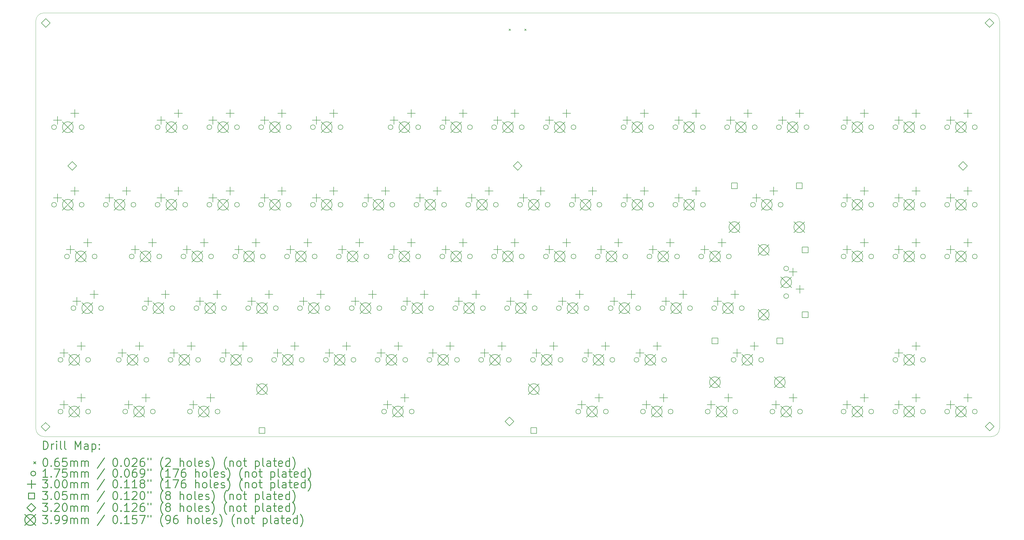
<source format=gbr>
%FSLAX45Y45*%
G04 Gerber Fmt 4.5, Leading zero omitted, Abs format (unit mm)*
G04 Created by KiCad (PCBNEW (5.1.9)-1) date 2021-06-14 20:25:01*
%MOMM*%
%LPD*%
G01*
G04 APERTURE LIST*
%TA.AperFunction,Profile*%
%ADD10C,0.100000*%
%TD*%
%ADD11C,0.200000*%
%ADD12C,0.300000*%
G04 APERTURE END LIST*
D10*
X38952500Y-6268500D02*
X38952500Y-21278500D01*
X38652500Y-5968500D02*
G75*
G02*
X38952500Y-6268500I0J-300000D01*
G01*
X3492500Y-6268500D02*
G75*
G02*
X3792500Y-5968500I300000J0D01*
G01*
X3792500Y-21578500D02*
G75*
G02*
X3492500Y-21278500I0J300000D01*
G01*
X38952500Y-21278500D02*
G75*
G02*
X38652500Y-21578500I-300000J0D01*
G01*
X3792500Y-5968500D02*
X38652500Y-5968500D01*
X3492500Y-21278500D02*
X3492500Y-6268500D01*
X38652500Y-21578500D02*
X3792500Y-21578500D01*
D11*
X20901000Y-6556000D02*
X20966000Y-6621000D01*
X20966000Y-6556000D02*
X20901000Y-6621000D01*
X21479000Y-6556000D02*
X21544000Y-6621000D01*
X21544000Y-6556000D02*
X21479000Y-6621000D01*
X4252000Y-10178500D02*
G75*
G03*
X4252000Y-10178500I-87500J0D01*
G01*
X4252000Y-13036000D02*
G75*
G03*
X4252000Y-13036000I-87500J0D01*
G01*
X4490125Y-18751000D02*
G75*
G03*
X4490125Y-18751000I-87500J0D01*
G01*
X4490125Y-20656000D02*
G75*
G03*
X4490125Y-20656000I-87500J0D01*
G01*
X4728250Y-14941000D02*
G75*
G03*
X4728250Y-14941000I-87500J0D01*
G01*
X4966375Y-16846000D02*
G75*
G03*
X4966375Y-16846000I-87500J0D01*
G01*
X5268000Y-10178500D02*
G75*
G03*
X5268000Y-10178500I-87500J0D01*
G01*
X5268000Y-13036000D02*
G75*
G03*
X5268000Y-13036000I-87500J0D01*
G01*
X5506125Y-18751000D02*
G75*
G03*
X5506125Y-18751000I-87500J0D01*
G01*
X5506125Y-20656000D02*
G75*
G03*
X5506125Y-20656000I-87500J0D01*
G01*
X5744250Y-14941000D02*
G75*
G03*
X5744250Y-14941000I-87500J0D01*
G01*
X5982375Y-16846000D02*
G75*
G03*
X5982375Y-16846000I-87500J0D01*
G01*
X6157000Y-13036000D02*
G75*
G03*
X6157000Y-13036000I-87500J0D01*
G01*
X6633250Y-18751000D02*
G75*
G03*
X6633250Y-18751000I-87500J0D01*
G01*
X6871375Y-20656000D02*
G75*
G03*
X6871375Y-20656000I-87500J0D01*
G01*
X7109500Y-14941000D02*
G75*
G03*
X7109500Y-14941000I-87500J0D01*
G01*
X7173000Y-13036000D02*
G75*
G03*
X7173000Y-13036000I-87500J0D01*
G01*
X7585750Y-16846000D02*
G75*
G03*
X7585750Y-16846000I-87500J0D01*
G01*
X7649250Y-18751000D02*
G75*
G03*
X7649250Y-18751000I-87500J0D01*
G01*
X7887375Y-20656000D02*
G75*
G03*
X7887375Y-20656000I-87500J0D01*
G01*
X8062000Y-10178500D02*
G75*
G03*
X8062000Y-10178500I-87500J0D01*
G01*
X8062000Y-13036000D02*
G75*
G03*
X8062000Y-13036000I-87500J0D01*
G01*
X8125500Y-14941000D02*
G75*
G03*
X8125500Y-14941000I-87500J0D01*
G01*
X8538250Y-18751000D02*
G75*
G03*
X8538250Y-18751000I-87500J0D01*
G01*
X8601750Y-16846000D02*
G75*
G03*
X8601750Y-16846000I-87500J0D01*
G01*
X9014500Y-14941000D02*
G75*
G03*
X9014500Y-14941000I-87500J0D01*
G01*
X9078000Y-10178500D02*
G75*
G03*
X9078000Y-10178500I-87500J0D01*
G01*
X9078000Y-13036000D02*
G75*
G03*
X9078000Y-13036000I-87500J0D01*
G01*
X9252625Y-20656000D02*
G75*
G03*
X9252625Y-20656000I-87500J0D01*
G01*
X9490750Y-16846000D02*
G75*
G03*
X9490750Y-16846000I-87500J0D01*
G01*
X9554250Y-18751000D02*
G75*
G03*
X9554250Y-18751000I-87500J0D01*
G01*
X9967000Y-10178500D02*
G75*
G03*
X9967000Y-10178500I-87500J0D01*
G01*
X9967000Y-13036000D02*
G75*
G03*
X9967000Y-13036000I-87500J0D01*
G01*
X10030500Y-14941000D02*
G75*
G03*
X10030500Y-14941000I-87500J0D01*
G01*
X10268625Y-20656000D02*
G75*
G03*
X10268625Y-20656000I-87500J0D01*
G01*
X10443250Y-18751000D02*
G75*
G03*
X10443250Y-18751000I-87500J0D01*
G01*
X10506750Y-16846000D02*
G75*
G03*
X10506750Y-16846000I-87500J0D01*
G01*
X10919500Y-14941000D02*
G75*
G03*
X10919500Y-14941000I-87500J0D01*
G01*
X10983000Y-10178500D02*
G75*
G03*
X10983000Y-10178500I-87500J0D01*
G01*
X10983000Y-13036000D02*
G75*
G03*
X10983000Y-13036000I-87500J0D01*
G01*
X11395750Y-16846000D02*
G75*
G03*
X11395750Y-16846000I-87500J0D01*
G01*
X11459250Y-18751000D02*
G75*
G03*
X11459250Y-18751000I-87500J0D01*
G01*
X11872000Y-10178500D02*
G75*
G03*
X11872000Y-10178500I-87500J0D01*
G01*
X11872000Y-13036000D02*
G75*
G03*
X11872000Y-13036000I-87500J0D01*
G01*
X11935500Y-14941000D02*
G75*
G03*
X11935500Y-14941000I-87500J0D01*
G01*
X12348250Y-18751000D02*
G75*
G03*
X12348250Y-18751000I-87500J0D01*
G01*
X12411750Y-16846000D02*
G75*
G03*
X12411750Y-16846000I-87500J0D01*
G01*
X12824500Y-14941000D02*
G75*
G03*
X12824500Y-14941000I-87500J0D01*
G01*
X12888000Y-10178500D02*
G75*
G03*
X12888000Y-10178500I-87500J0D01*
G01*
X12888000Y-13036000D02*
G75*
G03*
X12888000Y-13036000I-87500J0D01*
G01*
X13300750Y-16846000D02*
G75*
G03*
X13300750Y-16846000I-87500J0D01*
G01*
X13364250Y-18751000D02*
G75*
G03*
X13364250Y-18751000I-87500J0D01*
G01*
X13777000Y-10178500D02*
G75*
G03*
X13777000Y-10178500I-87500J0D01*
G01*
X13777000Y-13036000D02*
G75*
G03*
X13777000Y-13036000I-87500J0D01*
G01*
X13840500Y-14941000D02*
G75*
G03*
X13840500Y-14941000I-87500J0D01*
G01*
X14253250Y-18751000D02*
G75*
G03*
X14253250Y-18751000I-87500J0D01*
G01*
X14316750Y-16846000D02*
G75*
G03*
X14316750Y-16846000I-87500J0D01*
G01*
X14729500Y-14941000D02*
G75*
G03*
X14729500Y-14941000I-87500J0D01*
G01*
X14793000Y-10178500D02*
G75*
G03*
X14793000Y-10178500I-87500J0D01*
G01*
X14793000Y-13036000D02*
G75*
G03*
X14793000Y-13036000I-87500J0D01*
G01*
X15205750Y-16846000D02*
G75*
G03*
X15205750Y-16846000I-87500J0D01*
G01*
X15269250Y-18751000D02*
G75*
G03*
X15269250Y-18751000I-87500J0D01*
G01*
X15682000Y-13036000D02*
G75*
G03*
X15682000Y-13036000I-87500J0D01*
G01*
X15745500Y-14941000D02*
G75*
G03*
X15745500Y-14941000I-87500J0D01*
G01*
X16158250Y-18751000D02*
G75*
G03*
X16158250Y-18751000I-87500J0D01*
G01*
X16221750Y-16846000D02*
G75*
G03*
X16221750Y-16846000I-87500J0D01*
G01*
X16396375Y-20656000D02*
G75*
G03*
X16396375Y-20656000I-87500J0D01*
G01*
X16634500Y-10178500D02*
G75*
G03*
X16634500Y-10178500I-87500J0D01*
G01*
X16634500Y-14941000D02*
G75*
G03*
X16634500Y-14941000I-87500J0D01*
G01*
X16698000Y-13036000D02*
G75*
G03*
X16698000Y-13036000I-87500J0D01*
G01*
X17110750Y-16846000D02*
G75*
G03*
X17110750Y-16846000I-87500J0D01*
G01*
X17174250Y-18751000D02*
G75*
G03*
X17174250Y-18751000I-87500J0D01*
G01*
X17412375Y-20656000D02*
G75*
G03*
X17412375Y-20656000I-87500J0D01*
G01*
X17587000Y-13036000D02*
G75*
G03*
X17587000Y-13036000I-87500J0D01*
G01*
X17650500Y-10178500D02*
G75*
G03*
X17650500Y-10178500I-87500J0D01*
G01*
X17650500Y-14941000D02*
G75*
G03*
X17650500Y-14941000I-87500J0D01*
G01*
X18063250Y-18751000D02*
G75*
G03*
X18063250Y-18751000I-87500J0D01*
G01*
X18126750Y-16846000D02*
G75*
G03*
X18126750Y-16846000I-87500J0D01*
G01*
X18539500Y-10178500D02*
G75*
G03*
X18539500Y-10178500I-87500J0D01*
G01*
X18539500Y-14941000D02*
G75*
G03*
X18539500Y-14941000I-87500J0D01*
G01*
X18603000Y-13036000D02*
G75*
G03*
X18603000Y-13036000I-87500J0D01*
G01*
X19015750Y-16846000D02*
G75*
G03*
X19015750Y-16846000I-87500J0D01*
G01*
X19079250Y-18751000D02*
G75*
G03*
X19079250Y-18751000I-87500J0D01*
G01*
X19492000Y-13036000D02*
G75*
G03*
X19492000Y-13036000I-87500J0D01*
G01*
X19555500Y-10178500D02*
G75*
G03*
X19555500Y-10178500I-87500J0D01*
G01*
X19555500Y-14941000D02*
G75*
G03*
X19555500Y-14941000I-87500J0D01*
G01*
X19968250Y-18751000D02*
G75*
G03*
X19968250Y-18751000I-87500J0D01*
G01*
X20031750Y-16846000D02*
G75*
G03*
X20031750Y-16846000I-87500J0D01*
G01*
X20444500Y-10178500D02*
G75*
G03*
X20444500Y-10178500I-87500J0D01*
G01*
X20444500Y-14941000D02*
G75*
G03*
X20444500Y-14941000I-87500J0D01*
G01*
X20508000Y-13036000D02*
G75*
G03*
X20508000Y-13036000I-87500J0D01*
G01*
X20920750Y-16846000D02*
G75*
G03*
X20920750Y-16846000I-87500J0D01*
G01*
X20984250Y-18751000D02*
G75*
G03*
X20984250Y-18751000I-87500J0D01*
G01*
X21397000Y-13036000D02*
G75*
G03*
X21397000Y-13036000I-87500J0D01*
G01*
X21460500Y-10178500D02*
G75*
G03*
X21460500Y-10178500I-87500J0D01*
G01*
X21460500Y-14941000D02*
G75*
G03*
X21460500Y-14941000I-87500J0D01*
G01*
X21873250Y-18751000D02*
G75*
G03*
X21873250Y-18751000I-87500J0D01*
G01*
X21936750Y-16846000D02*
G75*
G03*
X21936750Y-16846000I-87500J0D01*
G01*
X22349500Y-10178500D02*
G75*
G03*
X22349500Y-10178500I-87500J0D01*
G01*
X22349500Y-14941000D02*
G75*
G03*
X22349500Y-14941000I-87500J0D01*
G01*
X22413000Y-13036000D02*
G75*
G03*
X22413000Y-13036000I-87500J0D01*
G01*
X22825750Y-16846000D02*
G75*
G03*
X22825750Y-16846000I-87500J0D01*
G01*
X22889250Y-18751000D02*
G75*
G03*
X22889250Y-18751000I-87500J0D01*
G01*
X23302000Y-13036000D02*
G75*
G03*
X23302000Y-13036000I-87500J0D01*
G01*
X23365500Y-10178500D02*
G75*
G03*
X23365500Y-10178500I-87500J0D01*
G01*
X23365500Y-14941000D02*
G75*
G03*
X23365500Y-14941000I-87500J0D01*
G01*
X23540125Y-20656000D02*
G75*
G03*
X23540125Y-20656000I-87500J0D01*
G01*
X23778250Y-18751000D02*
G75*
G03*
X23778250Y-18751000I-87500J0D01*
G01*
X23841750Y-16846000D02*
G75*
G03*
X23841750Y-16846000I-87500J0D01*
G01*
X24254500Y-14941000D02*
G75*
G03*
X24254500Y-14941000I-87500J0D01*
G01*
X24318000Y-13036000D02*
G75*
G03*
X24318000Y-13036000I-87500J0D01*
G01*
X24556125Y-20656000D02*
G75*
G03*
X24556125Y-20656000I-87500J0D01*
G01*
X24730750Y-16846000D02*
G75*
G03*
X24730750Y-16846000I-87500J0D01*
G01*
X24794250Y-18751000D02*
G75*
G03*
X24794250Y-18751000I-87500J0D01*
G01*
X25207000Y-10178500D02*
G75*
G03*
X25207000Y-10178500I-87500J0D01*
G01*
X25207000Y-13036000D02*
G75*
G03*
X25207000Y-13036000I-87500J0D01*
G01*
X25270500Y-14941000D02*
G75*
G03*
X25270500Y-14941000I-87500J0D01*
G01*
X25683250Y-18751000D02*
G75*
G03*
X25683250Y-18751000I-87500J0D01*
G01*
X25746750Y-16846000D02*
G75*
G03*
X25746750Y-16846000I-87500J0D01*
G01*
X25921375Y-20656000D02*
G75*
G03*
X25921375Y-20656000I-87500J0D01*
G01*
X26159500Y-14941000D02*
G75*
G03*
X26159500Y-14941000I-87500J0D01*
G01*
X26223000Y-10178500D02*
G75*
G03*
X26223000Y-10178500I-87500J0D01*
G01*
X26223000Y-13036000D02*
G75*
G03*
X26223000Y-13036000I-87500J0D01*
G01*
X26635750Y-16846000D02*
G75*
G03*
X26635750Y-16846000I-87500J0D01*
G01*
X26699250Y-18751000D02*
G75*
G03*
X26699250Y-18751000I-87500J0D01*
G01*
X26937375Y-20656000D02*
G75*
G03*
X26937375Y-20656000I-87500J0D01*
G01*
X27112000Y-10178500D02*
G75*
G03*
X27112000Y-10178500I-87500J0D01*
G01*
X27112000Y-13036000D02*
G75*
G03*
X27112000Y-13036000I-87500J0D01*
G01*
X27175500Y-14941000D02*
G75*
G03*
X27175500Y-14941000I-87500J0D01*
G01*
X27651750Y-16846000D02*
G75*
G03*
X27651750Y-16846000I-87500J0D01*
G01*
X28064500Y-14941000D02*
G75*
G03*
X28064500Y-14941000I-87500J0D01*
G01*
X28128000Y-10178500D02*
G75*
G03*
X28128000Y-10178500I-87500J0D01*
G01*
X28128000Y-13036000D02*
G75*
G03*
X28128000Y-13036000I-87500J0D01*
G01*
X28302625Y-20656000D02*
G75*
G03*
X28302625Y-20656000I-87500J0D01*
G01*
X28540750Y-16846000D02*
G75*
G03*
X28540750Y-16846000I-87500J0D01*
G01*
X29017000Y-10178500D02*
G75*
G03*
X29017000Y-10178500I-87500J0D01*
G01*
X29080500Y-14941000D02*
G75*
G03*
X29080500Y-14941000I-87500J0D01*
G01*
X29255125Y-18751000D02*
G75*
G03*
X29255125Y-18751000I-87500J0D01*
G01*
X29318625Y-20656000D02*
G75*
G03*
X29318625Y-20656000I-87500J0D01*
G01*
X29556750Y-16846000D02*
G75*
G03*
X29556750Y-16846000I-87500J0D01*
G01*
X29969500Y-13036000D02*
G75*
G03*
X29969500Y-13036000I-87500J0D01*
G01*
X30033000Y-10178500D02*
G75*
G03*
X30033000Y-10178500I-87500J0D01*
G01*
X30271125Y-18751000D02*
G75*
G03*
X30271125Y-18751000I-87500J0D01*
G01*
X30683875Y-20656000D02*
G75*
G03*
X30683875Y-20656000I-87500J0D01*
G01*
X30922000Y-10178500D02*
G75*
G03*
X30922000Y-10178500I-87500J0D01*
G01*
X30985500Y-13036000D02*
G75*
G03*
X30985500Y-13036000I-87500J0D01*
G01*
X31190000Y-15385500D02*
G75*
G03*
X31190000Y-15385500I-87500J0D01*
G01*
X31190000Y-16401500D02*
G75*
G03*
X31190000Y-16401500I-87500J0D01*
G01*
X31699875Y-20656000D02*
G75*
G03*
X31699875Y-20656000I-87500J0D01*
G01*
X31938000Y-10178500D02*
G75*
G03*
X31938000Y-10178500I-87500J0D01*
G01*
X33303250Y-10178500D02*
G75*
G03*
X33303250Y-10178500I-87500J0D01*
G01*
X33303250Y-13036000D02*
G75*
G03*
X33303250Y-13036000I-87500J0D01*
G01*
X33303250Y-14941000D02*
G75*
G03*
X33303250Y-14941000I-87500J0D01*
G01*
X33303250Y-20656000D02*
G75*
G03*
X33303250Y-20656000I-87500J0D01*
G01*
X34319250Y-10178500D02*
G75*
G03*
X34319250Y-10178500I-87500J0D01*
G01*
X34319250Y-13036000D02*
G75*
G03*
X34319250Y-13036000I-87500J0D01*
G01*
X34319250Y-14941000D02*
G75*
G03*
X34319250Y-14941000I-87500J0D01*
G01*
X34319250Y-20656000D02*
G75*
G03*
X34319250Y-20656000I-87500J0D01*
G01*
X35208250Y-10178500D02*
G75*
G03*
X35208250Y-10178500I-87500J0D01*
G01*
X35208250Y-13036000D02*
G75*
G03*
X35208250Y-13036000I-87500J0D01*
G01*
X35208250Y-14941000D02*
G75*
G03*
X35208250Y-14941000I-87500J0D01*
G01*
X35208250Y-18751000D02*
G75*
G03*
X35208250Y-18751000I-87500J0D01*
G01*
X35208250Y-20656000D02*
G75*
G03*
X35208250Y-20656000I-87500J0D01*
G01*
X36224250Y-10178500D02*
G75*
G03*
X36224250Y-10178500I-87500J0D01*
G01*
X36224250Y-13036000D02*
G75*
G03*
X36224250Y-13036000I-87500J0D01*
G01*
X36224250Y-14941000D02*
G75*
G03*
X36224250Y-14941000I-87500J0D01*
G01*
X36224250Y-18751000D02*
G75*
G03*
X36224250Y-18751000I-87500J0D01*
G01*
X36224250Y-20656000D02*
G75*
G03*
X36224250Y-20656000I-87500J0D01*
G01*
X37113250Y-10178500D02*
G75*
G03*
X37113250Y-10178500I-87500J0D01*
G01*
X37113250Y-13036000D02*
G75*
G03*
X37113250Y-13036000I-87500J0D01*
G01*
X37113250Y-14941000D02*
G75*
G03*
X37113250Y-14941000I-87500J0D01*
G01*
X37113250Y-20656000D02*
G75*
G03*
X37113250Y-20656000I-87500J0D01*
G01*
X38129250Y-10178500D02*
G75*
G03*
X38129250Y-10178500I-87500J0D01*
G01*
X38129250Y-13036000D02*
G75*
G03*
X38129250Y-13036000I-87500J0D01*
G01*
X38129250Y-14941000D02*
G75*
G03*
X38129250Y-14941000I-87500J0D01*
G01*
X38129250Y-20656000D02*
G75*
G03*
X38129250Y-20656000I-87500J0D01*
G01*
X4291500Y-9774500D02*
X4291500Y-10074500D01*
X4141500Y-9924500D02*
X4441500Y-9924500D01*
X4291500Y-12632000D02*
X4291500Y-12932000D01*
X4141500Y-12782000D02*
X4441500Y-12782000D01*
X4529625Y-18347000D02*
X4529625Y-18647000D01*
X4379625Y-18497000D02*
X4679625Y-18497000D01*
X4529625Y-20252000D02*
X4529625Y-20552000D01*
X4379625Y-20402000D02*
X4679625Y-20402000D01*
X4767750Y-14537000D02*
X4767750Y-14837000D01*
X4617750Y-14687000D02*
X4917750Y-14687000D01*
X4926500Y-9520500D02*
X4926500Y-9820500D01*
X4776500Y-9670500D02*
X5076500Y-9670500D01*
X4926500Y-12378000D02*
X4926500Y-12678000D01*
X4776500Y-12528000D02*
X5076500Y-12528000D01*
X5005875Y-16442000D02*
X5005875Y-16742000D01*
X4855875Y-16592000D02*
X5155875Y-16592000D01*
X5164625Y-18093000D02*
X5164625Y-18393000D01*
X5014625Y-18243000D02*
X5314625Y-18243000D01*
X5164625Y-19998000D02*
X5164625Y-20298000D01*
X5014625Y-20148000D02*
X5314625Y-20148000D01*
X5402750Y-14283000D02*
X5402750Y-14583000D01*
X5252750Y-14433000D02*
X5552750Y-14433000D01*
X5640875Y-16188000D02*
X5640875Y-16488000D01*
X5490875Y-16338000D02*
X5790875Y-16338000D01*
X6196500Y-12632000D02*
X6196500Y-12932000D01*
X6046500Y-12782000D02*
X6346500Y-12782000D01*
X6672750Y-18347000D02*
X6672750Y-18647000D01*
X6522750Y-18497000D02*
X6822750Y-18497000D01*
X6831500Y-12378000D02*
X6831500Y-12678000D01*
X6681500Y-12528000D02*
X6981500Y-12528000D01*
X6910875Y-20252000D02*
X6910875Y-20552000D01*
X6760875Y-20402000D02*
X7060875Y-20402000D01*
X7149000Y-14537000D02*
X7149000Y-14837000D01*
X6999000Y-14687000D02*
X7299000Y-14687000D01*
X7307750Y-18093000D02*
X7307750Y-18393000D01*
X7157750Y-18243000D02*
X7457750Y-18243000D01*
X7545875Y-19998000D02*
X7545875Y-20298000D01*
X7395875Y-20148000D02*
X7695875Y-20148000D01*
X7625250Y-16442000D02*
X7625250Y-16742000D01*
X7475250Y-16592000D02*
X7775250Y-16592000D01*
X7784000Y-14283000D02*
X7784000Y-14583000D01*
X7634000Y-14433000D02*
X7934000Y-14433000D01*
X8101500Y-9774500D02*
X8101500Y-10074500D01*
X7951500Y-9924500D02*
X8251500Y-9924500D01*
X8101500Y-12632000D02*
X8101500Y-12932000D01*
X7951500Y-12782000D02*
X8251500Y-12782000D01*
X8260250Y-16188000D02*
X8260250Y-16488000D01*
X8110250Y-16338000D02*
X8410250Y-16338000D01*
X8577750Y-18347000D02*
X8577750Y-18647000D01*
X8427750Y-18497000D02*
X8727750Y-18497000D01*
X8736500Y-9520500D02*
X8736500Y-9820500D01*
X8586500Y-9670500D02*
X8886500Y-9670500D01*
X8736500Y-12378000D02*
X8736500Y-12678000D01*
X8586500Y-12528000D02*
X8886500Y-12528000D01*
X9054000Y-14537000D02*
X9054000Y-14837000D01*
X8904000Y-14687000D02*
X9204000Y-14687000D01*
X9212750Y-18093000D02*
X9212750Y-18393000D01*
X9062750Y-18243000D02*
X9362750Y-18243000D01*
X9292125Y-20252000D02*
X9292125Y-20552000D01*
X9142125Y-20402000D02*
X9442125Y-20402000D01*
X9530250Y-16442000D02*
X9530250Y-16742000D01*
X9380250Y-16592000D02*
X9680250Y-16592000D01*
X9689000Y-14283000D02*
X9689000Y-14583000D01*
X9539000Y-14433000D02*
X9839000Y-14433000D01*
X9927125Y-19998000D02*
X9927125Y-20298000D01*
X9777125Y-20148000D02*
X10077125Y-20148000D01*
X10006500Y-9774500D02*
X10006500Y-10074500D01*
X9856500Y-9924500D02*
X10156500Y-9924500D01*
X10006500Y-12632000D02*
X10006500Y-12932000D01*
X9856500Y-12782000D02*
X10156500Y-12782000D01*
X10165250Y-16188000D02*
X10165250Y-16488000D01*
X10015250Y-16338000D02*
X10315250Y-16338000D01*
X10482750Y-18347000D02*
X10482750Y-18647000D01*
X10332750Y-18497000D02*
X10632750Y-18497000D01*
X10641500Y-9520500D02*
X10641500Y-9820500D01*
X10491500Y-9670500D02*
X10791500Y-9670500D01*
X10641500Y-12378000D02*
X10641500Y-12678000D01*
X10491500Y-12528000D02*
X10791500Y-12528000D01*
X10959000Y-14537000D02*
X10959000Y-14837000D01*
X10809000Y-14687000D02*
X11109000Y-14687000D01*
X11117750Y-18093000D02*
X11117750Y-18393000D01*
X10967750Y-18243000D02*
X11267750Y-18243000D01*
X11435250Y-16442000D02*
X11435250Y-16742000D01*
X11285250Y-16592000D02*
X11585250Y-16592000D01*
X11594000Y-14283000D02*
X11594000Y-14583000D01*
X11444000Y-14433000D02*
X11744000Y-14433000D01*
X11911500Y-9774500D02*
X11911500Y-10074500D01*
X11761500Y-9924500D02*
X12061500Y-9924500D01*
X11911500Y-12632000D02*
X11911500Y-12932000D01*
X11761500Y-12782000D02*
X12061500Y-12782000D01*
X12070250Y-16188000D02*
X12070250Y-16488000D01*
X11920250Y-16338000D02*
X12220250Y-16338000D01*
X12387750Y-18347000D02*
X12387750Y-18647000D01*
X12237750Y-18497000D02*
X12537750Y-18497000D01*
X12546500Y-9520500D02*
X12546500Y-9820500D01*
X12396500Y-9670500D02*
X12696500Y-9670500D01*
X12546500Y-12378000D02*
X12546500Y-12678000D01*
X12396500Y-12528000D02*
X12696500Y-12528000D01*
X12864000Y-14537000D02*
X12864000Y-14837000D01*
X12714000Y-14687000D02*
X13014000Y-14687000D01*
X13022750Y-18093000D02*
X13022750Y-18393000D01*
X12872750Y-18243000D02*
X13172750Y-18243000D01*
X13340250Y-16442000D02*
X13340250Y-16742000D01*
X13190250Y-16592000D02*
X13490250Y-16592000D01*
X13499000Y-14283000D02*
X13499000Y-14583000D01*
X13349000Y-14433000D02*
X13649000Y-14433000D01*
X13816500Y-9774500D02*
X13816500Y-10074500D01*
X13666500Y-9924500D02*
X13966500Y-9924500D01*
X13816500Y-12632000D02*
X13816500Y-12932000D01*
X13666500Y-12782000D02*
X13966500Y-12782000D01*
X13975250Y-16188000D02*
X13975250Y-16488000D01*
X13825250Y-16338000D02*
X14125250Y-16338000D01*
X14292750Y-18347000D02*
X14292750Y-18647000D01*
X14142750Y-18497000D02*
X14442750Y-18497000D01*
X14451500Y-9520500D02*
X14451500Y-9820500D01*
X14301500Y-9670500D02*
X14601500Y-9670500D01*
X14451500Y-12378000D02*
X14451500Y-12678000D01*
X14301500Y-12528000D02*
X14601500Y-12528000D01*
X14769000Y-14537000D02*
X14769000Y-14837000D01*
X14619000Y-14687000D02*
X14919000Y-14687000D01*
X14927750Y-18093000D02*
X14927750Y-18393000D01*
X14777750Y-18243000D02*
X15077750Y-18243000D01*
X15245250Y-16442000D02*
X15245250Y-16742000D01*
X15095250Y-16592000D02*
X15395250Y-16592000D01*
X15404000Y-14283000D02*
X15404000Y-14583000D01*
X15254000Y-14433000D02*
X15554000Y-14433000D01*
X15721500Y-12632000D02*
X15721500Y-12932000D01*
X15571500Y-12782000D02*
X15871500Y-12782000D01*
X15880250Y-16188000D02*
X15880250Y-16488000D01*
X15730250Y-16338000D02*
X16030250Y-16338000D01*
X16197750Y-18347000D02*
X16197750Y-18647000D01*
X16047750Y-18497000D02*
X16347750Y-18497000D01*
X16356500Y-12378000D02*
X16356500Y-12678000D01*
X16206500Y-12528000D02*
X16506500Y-12528000D01*
X16435875Y-20252000D02*
X16435875Y-20552000D01*
X16285875Y-20402000D02*
X16585875Y-20402000D01*
X16674000Y-9774500D02*
X16674000Y-10074500D01*
X16524000Y-9924500D02*
X16824000Y-9924500D01*
X16674000Y-14537000D02*
X16674000Y-14837000D01*
X16524000Y-14687000D02*
X16824000Y-14687000D01*
X16832750Y-18093000D02*
X16832750Y-18393000D01*
X16682750Y-18243000D02*
X16982750Y-18243000D01*
X17070875Y-19998000D02*
X17070875Y-20298000D01*
X16920875Y-20148000D02*
X17220875Y-20148000D01*
X17150250Y-16442000D02*
X17150250Y-16742000D01*
X17000250Y-16592000D02*
X17300250Y-16592000D01*
X17309000Y-9520500D02*
X17309000Y-9820500D01*
X17159000Y-9670500D02*
X17459000Y-9670500D01*
X17309000Y-14283000D02*
X17309000Y-14583000D01*
X17159000Y-14433000D02*
X17459000Y-14433000D01*
X17626500Y-12632000D02*
X17626500Y-12932000D01*
X17476500Y-12782000D02*
X17776500Y-12782000D01*
X17785250Y-16188000D02*
X17785250Y-16488000D01*
X17635250Y-16338000D02*
X17935250Y-16338000D01*
X18102750Y-18347000D02*
X18102750Y-18647000D01*
X17952750Y-18497000D02*
X18252750Y-18497000D01*
X18261500Y-12378000D02*
X18261500Y-12678000D01*
X18111500Y-12528000D02*
X18411500Y-12528000D01*
X18579000Y-9774500D02*
X18579000Y-10074500D01*
X18429000Y-9924500D02*
X18729000Y-9924500D01*
X18579000Y-14537000D02*
X18579000Y-14837000D01*
X18429000Y-14687000D02*
X18729000Y-14687000D01*
X18737750Y-18093000D02*
X18737750Y-18393000D01*
X18587750Y-18243000D02*
X18887750Y-18243000D01*
X19055250Y-16442000D02*
X19055250Y-16742000D01*
X18905250Y-16592000D02*
X19205250Y-16592000D01*
X19214000Y-9520500D02*
X19214000Y-9820500D01*
X19064000Y-9670500D02*
X19364000Y-9670500D01*
X19214000Y-14283000D02*
X19214000Y-14583000D01*
X19064000Y-14433000D02*
X19364000Y-14433000D01*
X19531500Y-12632000D02*
X19531500Y-12932000D01*
X19381500Y-12782000D02*
X19681500Y-12782000D01*
X19690250Y-16188000D02*
X19690250Y-16488000D01*
X19540250Y-16338000D02*
X19840250Y-16338000D01*
X20007750Y-18347000D02*
X20007750Y-18647000D01*
X19857750Y-18497000D02*
X20157750Y-18497000D01*
X20166500Y-12378000D02*
X20166500Y-12678000D01*
X20016500Y-12528000D02*
X20316500Y-12528000D01*
X20484000Y-9774500D02*
X20484000Y-10074500D01*
X20334000Y-9924500D02*
X20634000Y-9924500D01*
X20484000Y-14537000D02*
X20484000Y-14837000D01*
X20334000Y-14687000D02*
X20634000Y-14687000D01*
X20642750Y-18093000D02*
X20642750Y-18393000D01*
X20492750Y-18243000D02*
X20792750Y-18243000D01*
X20960250Y-16442000D02*
X20960250Y-16742000D01*
X20810250Y-16592000D02*
X21110250Y-16592000D01*
X21119000Y-9520500D02*
X21119000Y-9820500D01*
X20969000Y-9670500D02*
X21269000Y-9670500D01*
X21119000Y-14283000D02*
X21119000Y-14583000D01*
X20969000Y-14433000D02*
X21269000Y-14433000D01*
X21436500Y-12632000D02*
X21436500Y-12932000D01*
X21286500Y-12782000D02*
X21586500Y-12782000D01*
X21595250Y-16188000D02*
X21595250Y-16488000D01*
X21445250Y-16338000D02*
X21745250Y-16338000D01*
X21912750Y-18347000D02*
X21912750Y-18647000D01*
X21762750Y-18497000D02*
X22062750Y-18497000D01*
X22071500Y-12378000D02*
X22071500Y-12678000D01*
X21921500Y-12528000D02*
X22221500Y-12528000D01*
X22389000Y-9774500D02*
X22389000Y-10074500D01*
X22239000Y-9924500D02*
X22539000Y-9924500D01*
X22389000Y-14537000D02*
X22389000Y-14837000D01*
X22239000Y-14687000D02*
X22539000Y-14687000D01*
X22547750Y-18093000D02*
X22547750Y-18393000D01*
X22397750Y-18243000D02*
X22697750Y-18243000D01*
X22865250Y-16442000D02*
X22865250Y-16742000D01*
X22715250Y-16592000D02*
X23015250Y-16592000D01*
X23024000Y-9520500D02*
X23024000Y-9820500D01*
X22874000Y-9670500D02*
X23174000Y-9670500D01*
X23024000Y-14283000D02*
X23024000Y-14583000D01*
X22874000Y-14433000D02*
X23174000Y-14433000D01*
X23341500Y-12632000D02*
X23341500Y-12932000D01*
X23191500Y-12782000D02*
X23491500Y-12782000D01*
X23500250Y-16188000D02*
X23500250Y-16488000D01*
X23350250Y-16338000D02*
X23650250Y-16338000D01*
X23579625Y-20252000D02*
X23579625Y-20552000D01*
X23429625Y-20402000D02*
X23729625Y-20402000D01*
X23817750Y-18347000D02*
X23817750Y-18647000D01*
X23667750Y-18497000D02*
X23967750Y-18497000D01*
X23976500Y-12378000D02*
X23976500Y-12678000D01*
X23826500Y-12528000D02*
X24126500Y-12528000D01*
X24214625Y-19998000D02*
X24214625Y-20298000D01*
X24064625Y-20148000D02*
X24364625Y-20148000D01*
X24294000Y-14537000D02*
X24294000Y-14837000D01*
X24144000Y-14687000D02*
X24444000Y-14687000D01*
X24452750Y-18093000D02*
X24452750Y-18393000D01*
X24302750Y-18243000D02*
X24602750Y-18243000D01*
X24770250Y-16442000D02*
X24770250Y-16742000D01*
X24620250Y-16592000D02*
X24920250Y-16592000D01*
X24929000Y-14283000D02*
X24929000Y-14583000D01*
X24779000Y-14433000D02*
X25079000Y-14433000D01*
X25246500Y-9774500D02*
X25246500Y-10074500D01*
X25096500Y-9924500D02*
X25396500Y-9924500D01*
X25246500Y-12632000D02*
X25246500Y-12932000D01*
X25096500Y-12782000D02*
X25396500Y-12782000D01*
X25405250Y-16188000D02*
X25405250Y-16488000D01*
X25255250Y-16338000D02*
X25555250Y-16338000D01*
X25722750Y-18347000D02*
X25722750Y-18647000D01*
X25572750Y-18497000D02*
X25872750Y-18497000D01*
X25881500Y-9520500D02*
X25881500Y-9820500D01*
X25731500Y-9670500D02*
X26031500Y-9670500D01*
X25881500Y-12378000D02*
X25881500Y-12678000D01*
X25731500Y-12528000D02*
X26031500Y-12528000D01*
X25960875Y-20252000D02*
X25960875Y-20552000D01*
X25810875Y-20402000D02*
X26110875Y-20402000D01*
X26199000Y-14537000D02*
X26199000Y-14837000D01*
X26049000Y-14687000D02*
X26349000Y-14687000D01*
X26357750Y-18093000D02*
X26357750Y-18393000D01*
X26207750Y-18243000D02*
X26507750Y-18243000D01*
X26595875Y-19998000D02*
X26595875Y-20298000D01*
X26445875Y-20148000D02*
X26745875Y-20148000D01*
X26675250Y-16442000D02*
X26675250Y-16742000D01*
X26525250Y-16592000D02*
X26825250Y-16592000D01*
X26834000Y-14283000D02*
X26834000Y-14583000D01*
X26684000Y-14433000D02*
X26984000Y-14433000D01*
X27151500Y-9774500D02*
X27151500Y-10074500D01*
X27001500Y-9924500D02*
X27301500Y-9924500D01*
X27151500Y-12632000D02*
X27151500Y-12932000D01*
X27001500Y-12782000D02*
X27301500Y-12782000D01*
X27310250Y-16188000D02*
X27310250Y-16488000D01*
X27160250Y-16338000D02*
X27460250Y-16338000D01*
X27786500Y-9520500D02*
X27786500Y-9820500D01*
X27636500Y-9670500D02*
X27936500Y-9670500D01*
X27786500Y-12378000D02*
X27786500Y-12678000D01*
X27636500Y-12528000D02*
X27936500Y-12528000D01*
X28104000Y-14537000D02*
X28104000Y-14837000D01*
X27954000Y-14687000D02*
X28254000Y-14687000D01*
X28342125Y-20252000D02*
X28342125Y-20552000D01*
X28192125Y-20402000D02*
X28492125Y-20402000D01*
X28580250Y-16442000D02*
X28580250Y-16742000D01*
X28430250Y-16592000D02*
X28730250Y-16592000D01*
X28739000Y-14283000D02*
X28739000Y-14583000D01*
X28589000Y-14433000D02*
X28889000Y-14433000D01*
X28977125Y-19998000D02*
X28977125Y-20298000D01*
X28827125Y-20148000D02*
X29127125Y-20148000D01*
X29056500Y-9774500D02*
X29056500Y-10074500D01*
X28906500Y-9924500D02*
X29206500Y-9924500D01*
X29215250Y-16188000D02*
X29215250Y-16488000D01*
X29065250Y-16338000D02*
X29365250Y-16338000D01*
X29294625Y-18347000D02*
X29294625Y-18647000D01*
X29144625Y-18497000D02*
X29444625Y-18497000D01*
X29691500Y-9520500D02*
X29691500Y-9820500D01*
X29541500Y-9670500D02*
X29841500Y-9670500D01*
X29929625Y-18093000D02*
X29929625Y-18393000D01*
X29779625Y-18243000D02*
X30079625Y-18243000D01*
X30009000Y-12632000D02*
X30009000Y-12932000D01*
X29859000Y-12782000D02*
X30159000Y-12782000D01*
X30644000Y-12378000D02*
X30644000Y-12678000D01*
X30494000Y-12528000D02*
X30794000Y-12528000D01*
X30723375Y-20252000D02*
X30723375Y-20552000D01*
X30573375Y-20402000D02*
X30873375Y-20402000D01*
X30961500Y-9774500D02*
X30961500Y-10074500D01*
X30811500Y-9924500D02*
X31111500Y-9924500D01*
X31356500Y-15362500D02*
X31356500Y-15662500D01*
X31206500Y-15512500D02*
X31506500Y-15512500D01*
X31358375Y-19998000D02*
X31358375Y-20298000D01*
X31208375Y-20148000D02*
X31508375Y-20148000D01*
X31596500Y-9520500D02*
X31596500Y-9820500D01*
X31446500Y-9670500D02*
X31746500Y-9670500D01*
X31610500Y-15997500D02*
X31610500Y-16297500D01*
X31460500Y-16147500D02*
X31760500Y-16147500D01*
X33342750Y-9774500D02*
X33342750Y-10074500D01*
X33192750Y-9924500D02*
X33492750Y-9924500D01*
X33342750Y-12632000D02*
X33342750Y-12932000D01*
X33192750Y-12782000D02*
X33492750Y-12782000D01*
X33342750Y-14537000D02*
X33342750Y-14837000D01*
X33192750Y-14687000D02*
X33492750Y-14687000D01*
X33342750Y-20252000D02*
X33342750Y-20552000D01*
X33192750Y-20402000D02*
X33492750Y-20402000D01*
X33977750Y-9520500D02*
X33977750Y-9820500D01*
X33827750Y-9670500D02*
X34127750Y-9670500D01*
X33977750Y-12378000D02*
X33977750Y-12678000D01*
X33827750Y-12528000D02*
X34127750Y-12528000D01*
X33977750Y-14283000D02*
X33977750Y-14583000D01*
X33827750Y-14433000D02*
X34127750Y-14433000D01*
X33977750Y-19998000D02*
X33977750Y-20298000D01*
X33827750Y-20148000D02*
X34127750Y-20148000D01*
X35247750Y-9774500D02*
X35247750Y-10074500D01*
X35097750Y-9924500D02*
X35397750Y-9924500D01*
X35247750Y-12632000D02*
X35247750Y-12932000D01*
X35097750Y-12782000D02*
X35397750Y-12782000D01*
X35247750Y-14537000D02*
X35247750Y-14837000D01*
X35097750Y-14687000D02*
X35397750Y-14687000D01*
X35247750Y-18347000D02*
X35247750Y-18647000D01*
X35097750Y-18497000D02*
X35397750Y-18497000D01*
X35247750Y-20252000D02*
X35247750Y-20552000D01*
X35097750Y-20402000D02*
X35397750Y-20402000D01*
X35882750Y-9520500D02*
X35882750Y-9820500D01*
X35732750Y-9670500D02*
X36032750Y-9670500D01*
X35882750Y-12378000D02*
X35882750Y-12678000D01*
X35732750Y-12528000D02*
X36032750Y-12528000D01*
X35882750Y-14283000D02*
X35882750Y-14583000D01*
X35732750Y-14433000D02*
X36032750Y-14433000D01*
X35882750Y-18093000D02*
X35882750Y-18393000D01*
X35732750Y-18243000D02*
X36032750Y-18243000D01*
X35882750Y-19998000D02*
X35882750Y-20298000D01*
X35732750Y-20148000D02*
X36032750Y-20148000D01*
X37152750Y-9774500D02*
X37152750Y-10074500D01*
X37002750Y-9924500D02*
X37302750Y-9924500D01*
X37152750Y-12632000D02*
X37152750Y-12932000D01*
X37002750Y-12782000D02*
X37302750Y-12782000D01*
X37152750Y-14537000D02*
X37152750Y-14837000D01*
X37002750Y-14687000D02*
X37302750Y-14687000D01*
X37152750Y-20252000D02*
X37152750Y-20552000D01*
X37002750Y-20402000D02*
X37302750Y-20402000D01*
X37787750Y-9520500D02*
X37787750Y-9820500D01*
X37637750Y-9670500D02*
X37937750Y-9670500D01*
X37787750Y-12378000D02*
X37787750Y-12678000D01*
X37637750Y-12528000D02*
X37937750Y-12528000D01*
X37787750Y-14283000D02*
X37787750Y-14583000D01*
X37637750Y-14433000D02*
X37937750Y-14433000D01*
X37787750Y-19998000D02*
X37787750Y-20298000D01*
X37637750Y-20148000D02*
X37937750Y-20148000D01*
X11924649Y-21462264D02*
X11924649Y-21246736D01*
X11709121Y-21246736D01*
X11709121Y-21462264D01*
X11924649Y-21462264D01*
X21924629Y-21462264D02*
X21924629Y-21246736D01*
X21709101Y-21246736D01*
X21709101Y-21462264D01*
X21924629Y-21462264D01*
X28589589Y-18160264D02*
X28589589Y-17944736D01*
X28374061Y-17944736D01*
X28374061Y-18160264D01*
X28589589Y-18160264D01*
X29303964Y-12445264D02*
X29303964Y-12229736D01*
X29088436Y-12229736D01*
X29088436Y-12445264D01*
X29303964Y-12445264D01*
X30977189Y-18160264D02*
X30977189Y-17944736D01*
X30761661Y-17944736D01*
X30761661Y-18160264D01*
X30977189Y-18160264D01*
X31691564Y-12445264D02*
X31691564Y-12229736D01*
X31476036Y-12229736D01*
X31476036Y-12445264D01*
X31691564Y-12445264D01*
X31908764Y-14807464D02*
X31908764Y-14591936D01*
X31693236Y-14591936D01*
X31693236Y-14807464D01*
X31908764Y-14807464D01*
X31908764Y-17195064D02*
X31908764Y-16979536D01*
X31693236Y-16979536D01*
X31693236Y-17195064D01*
X31908764Y-17195064D01*
X3852500Y-21378500D02*
X4012500Y-21218500D01*
X3852500Y-21058500D01*
X3692500Y-21218500D01*
X3852500Y-21378500D01*
X3862500Y-6498500D02*
X4022500Y-6338500D01*
X3862500Y-6178500D01*
X3702500Y-6338500D01*
X3862500Y-6498500D01*
X4837500Y-11768500D02*
X4997500Y-11608500D01*
X4837500Y-11448500D01*
X4677500Y-11608500D01*
X4837500Y-11768500D01*
X20922500Y-21178500D02*
X21082500Y-21018500D01*
X20922500Y-20858500D01*
X20762500Y-21018500D01*
X20922500Y-21178500D01*
X21222500Y-11768500D02*
X21382500Y-11608500D01*
X21222500Y-11448500D01*
X21062500Y-11608500D01*
X21222500Y-11768500D01*
X37607500Y-11766000D02*
X37767500Y-11606000D01*
X37607500Y-11446000D01*
X37447500Y-11606000D01*
X37607500Y-11766000D01*
X38582500Y-6498500D02*
X38742500Y-6338500D01*
X38582500Y-6178500D01*
X38422500Y-6338500D01*
X38582500Y-6498500D01*
X38592500Y-21368500D02*
X38752500Y-21208500D01*
X38592500Y-21048500D01*
X38432500Y-21208500D01*
X38592500Y-21368500D01*
X4473110Y-9979110D02*
X4871890Y-10377890D01*
X4871890Y-9979110D02*
X4473110Y-10377890D01*
X4871890Y-10178500D02*
G75*
G03*
X4871890Y-10178500I-199390J0D01*
G01*
X4473110Y-12836610D02*
X4871890Y-13235390D01*
X4871890Y-12836610D02*
X4473110Y-13235390D01*
X4871890Y-13036000D02*
G75*
G03*
X4871890Y-13036000I-199390J0D01*
G01*
X4711235Y-18551610D02*
X5110015Y-18950390D01*
X5110015Y-18551610D02*
X4711235Y-18950390D01*
X5110015Y-18751000D02*
G75*
G03*
X5110015Y-18751000I-199390J0D01*
G01*
X4711235Y-20456610D02*
X5110015Y-20855390D01*
X5110015Y-20456610D02*
X4711235Y-20855390D01*
X5110015Y-20656000D02*
G75*
G03*
X5110015Y-20656000I-199390J0D01*
G01*
X4949360Y-14741610D02*
X5348140Y-15140390D01*
X5348140Y-14741610D02*
X4949360Y-15140390D01*
X5348140Y-14941000D02*
G75*
G03*
X5348140Y-14941000I-199390J0D01*
G01*
X5187485Y-16646610D02*
X5586265Y-17045390D01*
X5586265Y-16646610D02*
X5187485Y-17045390D01*
X5586265Y-16846000D02*
G75*
G03*
X5586265Y-16846000I-199390J0D01*
G01*
X6378110Y-12836610D02*
X6776890Y-13235390D01*
X6776890Y-12836610D02*
X6378110Y-13235390D01*
X6776890Y-13036000D02*
G75*
G03*
X6776890Y-13036000I-199390J0D01*
G01*
X6854360Y-18551610D02*
X7253140Y-18950390D01*
X7253140Y-18551610D02*
X6854360Y-18950390D01*
X7253140Y-18751000D02*
G75*
G03*
X7253140Y-18751000I-199390J0D01*
G01*
X7092485Y-20456610D02*
X7491265Y-20855390D01*
X7491265Y-20456610D02*
X7092485Y-20855390D01*
X7491265Y-20656000D02*
G75*
G03*
X7491265Y-20656000I-199390J0D01*
G01*
X7330610Y-14741610D02*
X7729390Y-15140390D01*
X7729390Y-14741610D02*
X7330610Y-15140390D01*
X7729390Y-14941000D02*
G75*
G03*
X7729390Y-14941000I-199390J0D01*
G01*
X7806860Y-16646610D02*
X8205640Y-17045390D01*
X8205640Y-16646610D02*
X7806860Y-17045390D01*
X8205640Y-16846000D02*
G75*
G03*
X8205640Y-16846000I-199390J0D01*
G01*
X8283110Y-9979110D02*
X8681890Y-10377890D01*
X8681890Y-9979110D02*
X8283110Y-10377890D01*
X8681890Y-10178500D02*
G75*
G03*
X8681890Y-10178500I-199390J0D01*
G01*
X8283110Y-12836610D02*
X8681890Y-13235390D01*
X8681890Y-12836610D02*
X8283110Y-13235390D01*
X8681890Y-13036000D02*
G75*
G03*
X8681890Y-13036000I-199390J0D01*
G01*
X8759360Y-18551610D02*
X9158140Y-18950390D01*
X9158140Y-18551610D02*
X8759360Y-18950390D01*
X9158140Y-18751000D02*
G75*
G03*
X9158140Y-18751000I-199390J0D01*
G01*
X9235610Y-14741610D02*
X9634390Y-15140390D01*
X9634390Y-14741610D02*
X9235610Y-15140390D01*
X9634390Y-14941000D02*
G75*
G03*
X9634390Y-14941000I-199390J0D01*
G01*
X9473735Y-20456610D02*
X9872515Y-20855390D01*
X9872515Y-20456610D02*
X9473735Y-20855390D01*
X9872515Y-20656000D02*
G75*
G03*
X9872515Y-20656000I-199390J0D01*
G01*
X9711860Y-16646610D02*
X10110640Y-17045390D01*
X10110640Y-16646610D02*
X9711860Y-17045390D01*
X10110640Y-16846000D02*
G75*
G03*
X10110640Y-16846000I-199390J0D01*
G01*
X10188110Y-9979110D02*
X10586890Y-10377890D01*
X10586890Y-9979110D02*
X10188110Y-10377890D01*
X10586890Y-10178500D02*
G75*
G03*
X10586890Y-10178500I-199390J0D01*
G01*
X10188110Y-12836610D02*
X10586890Y-13235390D01*
X10586890Y-12836610D02*
X10188110Y-13235390D01*
X10586890Y-13036000D02*
G75*
G03*
X10586890Y-13036000I-199390J0D01*
G01*
X10664360Y-18551610D02*
X11063140Y-18950390D01*
X11063140Y-18551610D02*
X10664360Y-18950390D01*
X11063140Y-18751000D02*
G75*
G03*
X11063140Y-18751000I-199390J0D01*
G01*
X11140610Y-14741610D02*
X11539390Y-15140390D01*
X11539390Y-14741610D02*
X11140610Y-15140390D01*
X11539390Y-14941000D02*
G75*
G03*
X11539390Y-14941000I-199390J0D01*
G01*
X11616860Y-16646610D02*
X12015640Y-17045390D01*
X12015640Y-16646610D02*
X11616860Y-17045390D01*
X12015640Y-16846000D02*
G75*
G03*
X12015640Y-16846000I-199390J0D01*
G01*
X11617495Y-19631110D02*
X12016275Y-20029890D01*
X12016275Y-19631110D02*
X11617495Y-20029890D01*
X12016275Y-19830500D02*
G75*
G03*
X12016275Y-19830500I-199390J0D01*
G01*
X12093110Y-9979110D02*
X12491890Y-10377890D01*
X12491890Y-9979110D02*
X12093110Y-10377890D01*
X12491890Y-10178500D02*
G75*
G03*
X12491890Y-10178500I-199390J0D01*
G01*
X12093110Y-12836610D02*
X12491890Y-13235390D01*
X12491890Y-12836610D02*
X12093110Y-13235390D01*
X12491890Y-13036000D02*
G75*
G03*
X12491890Y-13036000I-199390J0D01*
G01*
X12569360Y-18551610D02*
X12968140Y-18950390D01*
X12968140Y-18551610D02*
X12569360Y-18950390D01*
X12968140Y-18751000D02*
G75*
G03*
X12968140Y-18751000I-199390J0D01*
G01*
X13045610Y-14741610D02*
X13444390Y-15140390D01*
X13444390Y-14741610D02*
X13045610Y-15140390D01*
X13444390Y-14941000D02*
G75*
G03*
X13444390Y-14941000I-199390J0D01*
G01*
X13521860Y-16646610D02*
X13920640Y-17045390D01*
X13920640Y-16646610D02*
X13521860Y-17045390D01*
X13920640Y-16846000D02*
G75*
G03*
X13920640Y-16846000I-199390J0D01*
G01*
X13998110Y-9979110D02*
X14396890Y-10377890D01*
X14396890Y-9979110D02*
X13998110Y-10377890D01*
X14396890Y-10178500D02*
G75*
G03*
X14396890Y-10178500I-199390J0D01*
G01*
X13998110Y-12836610D02*
X14396890Y-13235390D01*
X14396890Y-12836610D02*
X13998110Y-13235390D01*
X14396890Y-13036000D02*
G75*
G03*
X14396890Y-13036000I-199390J0D01*
G01*
X14474360Y-18551610D02*
X14873140Y-18950390D01*
X14873140Y-18551610D02*
X14474360Y-18950390D01*
X14873140Y-18751000D02*
G75*
G03*
X14873140Y-18751000I-199390J0D01*
G01*
X14950610Y-14741610D02*
X15349390Y-15140390D01*
X15349390Y-14741610D02*
X14950610Y-15140390D01*
X15349390Y-14941000D02*
G75*
G03*
X15349390Y-14941000I-199390J0D01*
G01*
X15426860Y-16646610D02*
X15825640Y-17045390D01*
X15825640Y-16646610D02*
X15426860Y-17045390D01*
X15825640Y-16846000D02*
G75*
G03*
X15825640Y-16846000I-199390J0D01*
G01*
X15903110Y-12836610D02*
X16301890Y-13235390D01*
X16301890Y-12836610D02*
X15903110Y-13235390D01*
X16301890Y-13036000D02*
G75*
G03*
X16301890Y-13036000I-199390J0D01*
G01*
X16379360Y-18551610D02*
X16778140Y-18950390D01*
X16778140Y-18551610D02*
X16379360Y-18950390D01*
X16778140Y-18751000D02*
G75*
G03*
X16778140Y-18751000I-199390J0D01*
G01*
X16617485Y-20456610D02*
X17016265Y-20855390D01*
X17016265Y-20456610D02*
X16617485Y-20855390D01*
X17016265Y-20656000D02*
G75*
G03*
X17016265Y-20656000I-199390J0D01*
G01*
X16855610Y-9979110D02*
X17254390Y-10377890D01*
X17254390Y-9979110D02*
X16855610Y-10377890D01*
X17254390Y-10178500D02*
G75*
G03*
X17254390Y-10178500I-199390J0D01*
G01*
X16855610Y-14741610D02*
X17254390Y-15140390D01*
X17254390Y-14741610D02*
X16855610Y-15140390D01*
X17254390Y-14941000D02*
G75*
G03*
X17254390Y-14941000I-199390J0D01*
G01*
X17331860Y-16646610D02*
X17730640Y-17045390D01*
X17730640Y-16646610D02*
X17331860Y-17045390D01*
X17730640Y-16846000D02*
G75*
G03*
X17730640Y-16846000I-199390J0D01*
G01*
X17808110Y-12836610D02*
X18206890Y-13235390D01*
X18206890Y-12836610D02*
X17808110Y-13235390D01*
X18206890Y-13036000D02*
G75*
G03*
X18206890Y-13036000I-199390J0D01*
G01*
X18284360Y-18551610D02*
X18683140Y-18950390D01*
X18683140Y-18551610D02*
X18284360Y-18950390D01*
X18683140Y-18751000D02*
G75*
G03*
X18683140Y-18751000I-199390J0D01*
G01*
X18760610Y-9979110D02*
X19159390Y-10377890D01*
X19159390Y-9979110D02*
X18760610Y-10377890D01*
X19159390Y-10178500D02*
G75*
G03*
X19159390Y-10178500I-199390J0D01*
G01*
X18760610Y-14741610D02*
X19159390Y-15140390D01*
X19159390Y-14741610D02*
X18760610Y-15140390D01*
X19159390Y-14941000D02*
G75*
G03*
X19159390Y-14941000I-199390J0D01*
G01*
X19236860Y-16646610D02*
X19635640Y-17045390D01*
X19635640Y-16646610D02*
X19236860Y-17045390D01*
X19635640Y-16846000D02*
G75*
G03*
X19635640Y-16846000I-199390J0D01*
G01*
X19713110Y-12836610D02*
X20111890Y-13235390D01*
X20111890Y-12836610D02*
X19713110Y-13235390D01*
X20111890Y-13036000D02*
G75*
G03*
X20111890Y-13036000I-199390J0D01*
G01*
X20189360Y-18551610D02*
X20588140Y-18950390D01*
X20588140Y-18551610D02*
X20189360Y-18950390D01*
X20588140Y-18751000D02*
G75*
G03*
X20588140Y-18751000I-199390J0D01*
G01*
X20665610Y-9979110D02*
X21064390Y-10377890D01*
X21064390Y-9979110D02*
X20665610Y-10377890D01*
X21064390Y-10178500D02*
G75*
G03*
X21064390Y-10178500I-199390J0D01*
G01*
X20665610Y-14741610D02*
X21064390Y-15140390D01*
X21064390Y-14741610D02*
X20665610Y-15140390D01*
X21064390Y-14941000D02*
G75*
G03*
X21064390Y-14941000I-199390J0D01*
G01*
X21141860Y-16646610D02*
X21540640Y-17045390D01*
X21540640Y-16646610D02*
X21141860Y-17045390D01*
X21540640Y-16846000D02*
G75*
G03*
X21540640Y-16846000I-199390J0D01*
G01*
X21617475Y-19631110D02*
X22016255Y-20029890D01*
X22016255Y-19631110D02*
X21617475Y-20029890D01*
X22016255Y-19830500D02*
G75*
G03*
X22016255Y-19830500I-199390J0D01*
G01*
X21618110Y-12836610D02*
X22016890Y-13235390D01*
X22016890Y-12836610D02*
X21618110Y-13235390D01*
X22016890Y-13036000D02*
G75*
G03*
X22016890Y-13036000I-199390J0D01*
G01*
X22094360Y-18551610D02*
X22493140Y-18950390D01*
X22493140Y-18551610D02*
X22094360Y-18950390D01*
X22493140Y-18751000D02*
G75*
G03*
X22493140Y-18751000I-199390J0D01*
G01*
X22570610Y-9979110D02*
X22969390Y-10377890D01*
X22969390Y-9979110D02*
X22570610Y-10377890D01*
X22969390Y-10178500D02*
G75*
G03*
X22969390Y-10178500I-199390J0D01*
G01*
X22570610Y-14741610D02*
X22969390Y-15140390D01*
X22969390Y-14741610D02*
X22570610Y-15140390D01*
X22969390Y-14941000D02*
G75*
G03*
X22969390Y-14941000I-199390J0D01*
G01*
X23046860Y-16646610D02*
X23445640Y-17045390D01*
X23445640Y-16646610D02*
X23046860Y-17045390D01*
X23445640Y-16846000D02*
G75*
G03*
X23445640Y-16846000I-199390J0D01*
G01*
X23523110Y-12836610D02*
X23921890Y-13235390D01*
X23921890Y-12836610D02*
X23523110Y-13235390D01*
X23921890Y-13036000D02*
G75*
G03*
X23921890Y-13036000I-199390J0D01*
G01*
X23761235Y-20456610D02*
X24160015Y-20855390D01*
X24160015Y-20456610D02*
X23761235Y-20855390D01*
X24160015Y-20656000D02*
G75*
G03*
X24160015Y-20656000I-199390J0D01*
G01*
X23999360Y-18551610D02*
X24398140Y-18950390D01*
X24398140Y-18551610D02*
X23999360Y-18950390D01*
X24398140Y-18751000D02*
G75*
G03*
X24398140Y-18751000I-199390J0D01*
G01*
X24475610Y-14741610D02*
X24874390Y-15140390D01*
X24874390Y-14741610D02*
X24475610Y-15140390D01*
X24874390Y-14941000D02*
G75*
G03*
X24874390Y-14941000I-199390J0D01*
G01*
X24951860Y-16646610D02*
X25350640Y-17045390D01*
X25350640Y-16646610D02*
X24951860Y-17045390D01*
X25350640Y-16846000D02*
G75*
G03*
X25350640Y-16846000I-199390J0D01*
G01*
X25428110Y-9979110D02*
X25826890Y-10377890D01*
X25826890Y-9979110D02*
X25428110Y-10377890D01*
X25826890Y-10178500D02*
G75*
G03*
X25826890Y-10178500I-199390J0D01*
G01*
X25428110Y-12836610D02*
X25826890Y-13235390D01*
X25826890Y-12836610D02*
X25428110Y-13235390D01*
X25826890Y-13036000D02*
G75*
G03*
X25826890Y-13036000I-199390J0D01*
G01*
X25904360Y-18551610D02*
X26303140Y-18950390D01*
X26303140Y-18551610D02*
X25904360Y-18950390D01*
X26303140Y-18751000D02*
G75*
G03*
X26303140Y-18751000I-199390J0D01*
G01*
X26142485Y-20456610D02*
X26541265Y-20855390D01*
X26541265Y-20456610D02*
X26142485Y-20855390D01*
X26541265Y-20656000D02*
G75*
G03*
X26541265Y-20656000I-199390J0D01*
G01*
X26380610Y-14741610D02*
X26779390Y-15140390D01*
X26779390Y-14741610D02*
X26380610Y-15140390D01*
X26779390Y-14941000D02*
G75*
G03*
X26779390Y-14941000I-199390J0D01*
G01*
X26856860Y-16646610D02*
X27255640Y-17045390D01*
X27255640Y-16646610D02*
X26856860Y-17045390D01*
X27255640Y-16846000D02*
G75*
G03*
X27255640Y-16846000I-199390J0D01*
G01*
X27333110Y-9979110D02*
X27731890Y-10377890D01*
X27731890Y-9979110D02*
X27333110Y-10377890D01*
X27731890Y-10178500D02*
G75*
G03*
X27731890Y-10178500I-199390J0D01*
G01*
X27333110Y-12836610D02*
X27731890Y-13235390D01*
X27731890Y-12836610D02*
X27333110Y-13235390D01*
X27731890Y-13036000D02*
G75*
G03*
X27731890Y-13036000I-199390J0D01*
G01*
X28282435Y-19377110D02*
X28681215Y-19775890D01*
X28681215Y-19377110D02*
X28282435Y-19775890D01*
X28681215Y-19576500D02*
G75*
G03*
X28681215Y-19576500I-199390J0D01*
G01*
X28285610Y-14741610D02*
X28684390Y-15140390D01*
X28684390Y-14741610D02*
X28285610Y-15140390D01*
X28684390Y-14941000D02*
G75*
G03*
X28684390Y-14941000I-199390J0D01*
G01*
X28523735Y-20456610D02*
X28922515Y-20855390D01*
X28922515Y-20456610D02*
X28523735Y-20855390D01*
X28922515Y-20656000D02*
G75*
G03*
X28922515Y-20656000I-199390J0D01*
G01*
X28761860Y-16646610D02*
X29160640Y-17045390D01*
X29160640Y-16646610D02*
X28761860Y-17045390D01*
X29160640Y-16846000D02*
G75*
G03*
X29160640Y-16846000I-199390J0D01*
G01*
X28996810Y-13662110D02*
X29395590Y-14060890D01*
X29395590Y-13662110D02*
X28996810Y-14060890D01*
X29395590Y-13861500D02*
G75*
G03*
X29395590Y-13861500I-199390J0D01*
G01*
X29238110Y-9979110D02*
X29636890Y-10377890D01*
X29636890Y-9979110D02*
X29238110Y-10377890D01*
X29636890Y-10178500D02*
G75*
G03*
X29636890Y-10178500I-199390J0D01*
G01*
X29476235Y-18551610D02*
X29875015Y-18950390D01*
X29875015Y-18551610D02*
X29476235Y-18950390D01*
X29875015Y-18751000D02*
G75*
G03*
X29875015Y-18751000I-199390J0D01*
G01*
X30077610Y-14500310D02*
X30476390Y-14899090D01*
X30476390Y-14500310D02*
X30077610Y-14899090D01*
X30476390Y-14699700D02*
G75*
G03*
X30476390Y-14699700I-199390J0D01*
G01*
X30077610Y-16887910D02*
X30476390Y-17286690D01*
X30476390Y-16887910D02*
X30077610Y-17286690D01*
X30476390Y-17087300D02*
G75*
G03*
X30476390Y-17087300I-199390J0D01*
G01*
X30190610Y-12836610D02*
X30589390Y-13235390D01*
X30589390Y-12836610D02*
X30190610Y-13235390D01*
X30589390Y-13036000D02*
G75*
G03*
X30589390Y-13036000I-199390J0D01*
G01*
X30670035Y-19377110D02*
X31068815Y-19775890D01*
X31068815Y-19377110D02*
X30670035Y-19775890D01*
X31068815Y-19576500D02*
G75*
G03*
X31068815Y-19576500I-199390J0D01*
G01*
X30903110Y-15694110D02*
X31301890Y-16092890D01*
X31301890Y-15694110D02*
X30903110Y-16092890D01*
X31301890Y-15893500D02*
G75*
G03*
X31301890Y-15893500I-199390J0D01*
G01*
X30904985Y-20456610D02*
X31303765Y-20855390D01*
X31303765Y-20456610D02*
X30904985Y-20855390D01*
X31303765Y-20656000D02*
G75*
G03*
X31303765Y-20656000I-199390J0D01*
G01*
X31143110Y-9979110D02*
X31541890Y-10377890D01*
X31541890Y-9979110D02*
X31143110Y-10377890D01*
X31541890Y-10178500D02*
G75*
G03*
X31541890Y-10178500I-199390J0D01*
G01*
X31384410Y-13662110D02*
X31783190Y-14060890D01*
X31783190Y-13662110D02*
X31384410Y-14060890D01*
X31783190Y-13861500D02*
G75*
G03*
X31783190Y-13861500I-199390J0D01*
G01*
X33524360Y-9979110D02*
X33923140Y-10377890D01*
X33923140Y-9979110D02*
X33524360Y-10377890D01*
X33923140Y-10178500D02*
G75*
G03*
X33923140Y-10178500I-199390J0D01*
G01*
X33524360Y-12836610D02*
X33923140Y-13235390D01*
X33923140Y-12836610D02*
X33524360Y-13235390D01*
X33923140Y-13036000D02*
G75*
G03*
X33923140Y-13036000I-199390J0D01*
G01*
X33524360Y-14741610D02*
X33923140Y-15140390D01*
X33923140Y-14741610D02*
X33524360Y-15140390D01*
X33923140Y-14941000D02*
G75*
G03*
X33923140Y-14941000I-199390J0D01*
G01*
X33524360Y-20456610D02*
X33923140Y-20855390D01*
X33923140Y-20456610D02*
X33524360Y-20855390D01*
X33923140Y-20656000D02*
G75*
G03*
X33923140Y-20656000I-199390J0D01*
G01*
X35429360Y-9979110D02*
X35828140Y-10377890D01*
X35828140Y-9979110D02*
X35429360Y-10377890D01*
X35828140Y-10178500D02*
G75*
G03*
X35828140Y-10178500I-199390J0D01*
G01*
X35429360Y-12836610D02*
X35828140Y-13235390D01*
X35828140Y-12836610D02*
X35429360Y-13235390D01*
X35828140Y-13036000D02*
G75*
G03*
X35828140Y-13036000I-199390J0D01*
G01*
X35429360Y-14741610D02*
X35828140Y-15140390D01*
X35828140Y-14741610D02*
X35429360Y-15140390D01*
X35828140Y-14941000D02*
G75*
G03*
X35828140Y-14941000I-199390J0D01*
G01*
X35429360Y-18551610D02*
X35828140Y-18950390D01*
X35828140Y-18551610D02*
X35429360Y-18950390D01*
X35828140Y-18751000D02*
G75*
G03*
X35828140Y-18751000I-199390J0D01*
G01*
X35429360Y-20456610D02*
X35828140Y-20855390D01*
X35828140Y-20456610D02*
X35429360Y-20855390D01*
X35828140Y-20656000D02*
G75*
G03*
X35828140Y-20656000I-199390J0D01*
G01*
X37334360Y-9979110D02*
X37733140Y-10377890D01*
X37733140Y-9979110D02*
X37334360Y-10377890D01*
X37733140Y-10178500D02*
G75*
G03*
X37733140Y-10178500I-199390J0D01*
G01*
X37334360Y-12836610D02*
X37733140Y-13235390D01*
X37733140Y-12836610D02*
X37334360Y-13235390D01*
X37733140Y-13036000D02*
G75*
G03*
X37733140Y-13036000I-199390J0D01*
G01*
X37334360Y-14741610D02*
X37733140Y-15140390D01*
X37733140Y-14741610D02*
X37334360Y-15140390D01*
X37733140Y-14941000D02*
G75*
G03*
X37733140Y-14941000I-199390J0D01*
G01*
X37334360Y-20456610D02*
X37733140Y-20855390D01*
X37733140Y-20456610D02*
X37334360Y-20855390D01*
X37733140Y-20656000D02*
G75*
G03*
X37733140Y-20656000I-199390J0D01*
G01*
D12*
X3773928Y-22049214D02*
X3773928Y-21749214D01*
X3845357Y-21749214D01*
X3888214Y-21763500D01*
X3916786Y-21792072D01*
X3931071Y-21820643D01*
X3945357Y-21877786D01*
X3945357Y-21920643D01*
X3931071Y-21977786D01*
X3916786Y-22006357D01*
X3888214Y-22034929D01*
X3845357Y-22049214D01*
X3773928Y-22049214D01*
X4073928Y-22049214D02*
X4073928Y-21849214D01*
X4073928Y-21906357D02*
X4088214Y-21877786D01*
X4102500Y-21863500D01*
X4131071Y-21849214D01*
X4159643Y-21849214D01*
X4259643Y-22049214D02*
X4259643Y-21849214D01*
X4259643Y-21749214D02*
X4245357Y-21763500D01*
X4259643Y-21777786D01*
X4273928Y-21763500D01*
X4259643Y-21749214D01*
X4259643Y-21777786D01*
X4445357Y-22049214D02*
X4416786Y-22034929D01*
X4402500Y-22006357D01*
X4402500Y-21749214D01*
X4602500Y-22049214D02*
X4573928Y-22034929D01*
X4559643Y-22006357D01*
X4559643Y-21749214D01*
X4945357Y-22049214D02*
X4945357Y-21749214D01*
X5045357Y-21963500D01*
X5145357Y-21749214D01*
X5145357Y-22049214D01*
X5416786Y-22049214D02*
X5416786Y-21892072D01*
X5402500Y-21863500D01*
X5373928Y-21849214D01*
X5316786Y-21849214D01*
X5288214Y-21863500D01*
X5416786Y-22034929D02*
X5388214Y-22049214D01*
X5316786Y-22049214D01*
X5288214Y-22034929D01*
X5273928Y-22006357D01*
X5273928Y-21977786D01*
X5288214Y-21949214D01*
X5316786Y-21934929D01*
X5388214Y-21934929D01*
X5416786Y-21920643D01*
X5559643Y-21849214D02*
X5559643Y-22149214D01*
X5559643Y-21863500D02*
X5588214Y-21849214D01*
X5645357Y-21849214D01*
X5673928Y-21863500D01*
X5688214Y-21877786D01*
X5702500Y-21906357D01*
X5702500Y-21992072D01*
X5688214Y-22020643D01*
X5673928Y-22034929D01*
X5645357Y-22049214D01*
X5588214Y-22049214D01*
X5559643Y-22034929D01*
X5831071Y-22020643D02*
X5845357Y-22034929D01*
X5831071Y-22049214D01*
X5816786Y-22034929D01*
X5831071Y-22020643D01*
X5831071Y-22049214D01*
X5831071Y-21863500D02*
X5845357Y-21877786D01*
X5831071Y-21892072D01*
X5816786Y-21877786D01*
X5831071Y-21863500D01*
X5831071Y-21892072D01*
X3422500Y-22511000D02*
X3487500Y-22576000D01*
X3487500Y-22511000D02*
X3422500Y-22576000D01*
X3831071Y-22379214D02*
X3859643Y-22379214D01*
X3888214Y-22393500D01*
X3902500Y-22407786D01*
X3916786Y-22436357D01*
X3931071Y-22493500D01*
X3931071Y-22564929D01*
X3916786Y-22622071D01*
X3902500Y-22650643D01*
X3888214Y-22664929D01*
X3859643Y-22679214D01*
X3831071Y-22679214D01*
X3802500Y-22664929D01*
X3788214Y-22650643D01*
X3773928Y-22622071D01*
X3759643Y-22564929D01*
X3759643Y-22493500D01*
X3773928Y-22436357D01*
X3788214Y-22407786D01*
X3802500Y-22393500D01*
X3831071Y-22379214D01*
X4059643Y-22650643D02*
X4073928Y-22664929D01*
X4059643Y-22679214D01*
X4045357Y-22664929D01*
X4059643Y-22650643D01*
X4059643Y-22679214D01*
X4331071Y-22379214D02*
X4273928Y-22379214D01*
X4245357Y-22393500D01*
X4231071Y-22407786D01*
X4202500Y-22450643D01*
X4188214Y-22507786D01*
X4188214Y-22622071D01*
X4202500Y-22650643D01*
X4216786Y-22664929D01*
X4245357Y-22679214D01*
X4302500Y-22679214D01*
X4331071Y-22664929D01*
X4345357Y-22650643D01*
X4359643Y-22622071D01*
X4359643Y-22550643D01*
X4345357Y-22522071D01*
X4331071Y-22507786D01*
X4302500Y-22493500D01*
X4245357Y-22493500D01*
X4216786Y-22507786D01*
X4202500Y-22522071D01*
X4188214Y-22550643D01*
X4631071Y-22379214D02*
X4488214Y-22379214D01*
X4473928Y-22522071D01*
X4488214Y-22507786D01*
X4516786Y-22493500D01*
X4588214Y-22493500D01*
X4616786Y-22507786D01*
X4631071Y-22522071D01*
X4645357Y-22550643D01*
X4645357Y-22622071D01*
X4631071Y-22650643D01*
X4616786Y-22664929D01*
X4588214Y-22679214D01*
X4516786Y-22679214D01*
X4488214Y-22664929D01*
X4473928Y-22650643D01*
X4773928Y-22679214D02*
X4773928Y-22479214D01*
X4773928Y-22507786D02*
X4788214Y-22493500D01*
X4816786Y-22479214D01*
X4859643Y-22479214D01*
X4888214Y-22493500D01*
X4902500Y-22522071D01*
X4902500Y-22679214D01*
X4902500Y-22522071D02*
X4916786Y-22493500D01*
X4945357Y-22479214D01*
X4988214Y-22479214D01*
X5016786Y-22493500D01*
X5031071Y-22522071D01*
X5031071Y-22679214D01*
X5173928Y-22679214D02*
X5173928Y-22479214D01*
X5173928Y-22507786D02*
X5188214Y-22493500D01*
X5216786Y-22479214D01*
X5259643Y-22479214D01*
X5288214Y-22493500D01*
X5302500Y-22522071D01*
X5302500Y-22679214D01*
X5302500Y-22522071D02*
X5316786Y-22493500D01*
X5345357Y-22479214D01*
X5388214Y-22479214D01*
X5416786Y-22493500D01*
X5431071Y-22522071D01*
X5431071Y-22679214D01*
X6016786Y-22364929D02*
X5759643Y-22750643D01*
X6402500Y-22379214D02*
X6431071Y-22379214D01*
X6459643Y-22393500D01*
X6473928Y-22407786D01*
X6488214Y-22436357D01*
X6502500Y-22493500D01*
X6502500Y-22564929D01*
X6488214Y-22622071D01*
X6473928Y-22650643D01*
X6459643Y-22664929D01*
X6431071Y-22679214D01*
X6402500Y-22679214D01*
X6373928Y-22664929D01*
X6359643Y-22650643D01*
X6345357Y-22622071D01*
X6331071Y-22564929D01*
X6331071Y-22493500D01*
X6345357Y-22436357D01*
X6359643Y-22407786D01*
X6373928Y-22393500D01*
X6402500Y-22379214D01*
X6631071Y-22650643D02*
X6645357Y-22664929D01*
X6631071Y-22679214D01*
X6616786Y-22664929D01*
X6631071Y-22650643D01*
X6631071Y-22679214D01*
X6831071Y-22379214D02*
X6859643Y-22379214D01*
X6888214Y-22393500D01*
X6902500Y-22407786D01*
X6916786Y-22436357D01*
X6931071Y-22493500D01*
X6931071Y-22564929D01*
X6916786Y-22622071D01*
X6902500Y-22650643D01*
X6888214Y-22664929D01*
X6859643Y-22679214D01*
X6831071Y-22679214D01*
X6802500Y-22664929D01*
X6788214Y-22650643D01*
X6773928Y-22622071D01*
X6759643Y-22564929D01*
X6759643Y-22493500D01*
X6773928Y-22436357D01*
X6788214Y-22407786D01*
X6802500Y-22393500D01*
X6831071Y-22379214D01*
X7045357Y-22407786D02*
X7059643Y-22393500D01*
X7088214Y-22379214D01*
X7159643Y-22379214D01*
X7188214Y-22393500D01*
X7202500Y-22407786D01*
X7216786Y-22436357D01*
X7216786Y-22464929D01*
X7202500Y-22507786D01*
X7031071Y-22679214D01*
X7216786Y-22679214D01*
X7473928Y-22379214D02*
X7416786Y-22379214D01*
X7388214Y-22393500D01*
X7373928Y-22407786D01*
X7345357Y-22450643D01*
X7331071Y-22507786D01*
X7331071Y-22622071D01*
X7345357Y-22650643D01*
X7359643Y-22664929D01*
X7388214Y-22679214D01*
X7445357Y-22679214D01*
X7473928Y-22664929D01*
X7488214Y-22650643D01*
X7502500Y-22622071D01*
X7502500Y-22550643D01*
X7488214Y-22522071D01*
X7473928Y-22507786D01*
X7445357Y-22493500D01*
X7388214Y-22493500D01*
X7359643Y-22507786D01*
X7345357Y-22522071D01*
X7331071Y-22550643D01*
X7616786Y-22379214D02*
X7616786Y-22436357D01*
X7731071Y-22379214D02*
X7731071Y-22436357D01*
X8173928Y-22793500D02*
X8159643Y-22779214D01*
X8131071Y-22736357D01*
X8116786Y-22707786D01*
X8102500Y-22664929D01*
X8088214Y-22593500D01*
X8088214Y-22536357D01*
X8102500Y-22464929D01*
X8116786Y-22422071D01*
X8131071Y-22393500D01*
X8159643Y-22350643D01*
X8173928Y-22336357D01*
X8273928Y-22407786D02*
X8288214Y-22393500D01*
X8316786Y-22379214D01*
X8388214Y-22379214D01*
X8416786Y-22393500D01*
X8431071Y-22407786D01*
X8445357Y-22436357D01*
X8445357Y-22464929D01*
X8431071Y-22507786D01*
X8259643Y-22679214D01*
X8445357Y-22679214D01*
X8802500Y-22679214D02*
X8802500Y-22379214D01*
X8931071Y-22679214D02*
X8931071Y-22522071D01*
X8916786Y-22493500D01*
X8888214Y-22479214D01*
X8845357Y-22479214D01*
X8816786Y-22493500D01*
X8802500Y-22507786D01*
X9116786Y-22679214D02*
X9088214Y-22664929D01*
X9073928Y-22650643D01*
X9059643Y-22622071D01*
X9059643Y-22536357D01*
X9073928Y-22507786D01*
X9088214Y-22493500D01*
X9116786Y-22479214D01*
X9159643Y-22479214D01*
X9188214Y-22493500D01*
X9202500Y-22507786D01*
X9216786Y-22536357D01*
X9216786Y-22622071D01*
X9202500Y-22650643D01*
X9188214Y-22664929D01*
X9159643Y-22679214D01*
X9116786Y-22679214D01*
X9388214Y-22679214D02*
X9359643Y-22664929D01*
X9345357Y-22636357D01*
X9345357Y-22379214D01*
X9616786Y-22664929D02*
X9588214Y-22679214D01*
X9531071Y-22679214D01*
X9502500Y-22664929D01*
X9488214Y-22636357D01*
X9488214Y-22522071D01*
X9502500Y-22493500D01*
X9531071Y-22479214D01*
X9588214Y-22479214D01*
X9616786Y-22493500D01*
X9631071Y-22522071D01*
X9631071Y-22550643D01*
X9488214Y-22579214D01*
X9745357Y-22664929D02*
X9773928Y-22679214D01*
X9831071Y-22679214D01*
X9859643Y-22664929D01*
X9873928Y-22636357D01*
X9873928Y-22622071D01*
X9859643Y-22593500D01*
X9831071Y-22579214D01*
X9788214Y-22579214D01*
X9759643Y-22564929D01*
X9745357Y-22536357D01*
X9745357Y-22522071D01*
X9759643Y-22493500D01*
X9788214Y-22479214D01*
X9831071Y-22479214D01*
X9859643Y-22493500D01*
X9973928Y-22793500D02*
X9988214Y-22779214D01*
X10016786Y-22736357D01*
X10031071Y-22707786D01*
X10045357Y-22664929D01*
X10059643Y-22593500D01*
X10059643Y-22536357D01*
X10045357Y-22464929D01*
X10031071Y-22422071D01*
X10016786Y-22393500D01*
X9988214Y-22350643D01*
X9973928Y-22336357D01*
X10516786Y-22793500D02*
X10502500Y-22779214D01*
X10473928Y-22736357D01*
X10459643Y-22707786D01*
X10445357Y-22664929D01*
X10431071Y-22593500D01*
X10431071Y-22536357D01*
X10445357Y-22464929D01*
X10459643Y-22422071D01*
X10473928Y-22393500D01*
X10502500Y-22350643D01*
X10516786Y-22336357D01*
X10631071Y-22479214D02*
X10631071Y-22679214D01*
X10631071Y-22507786D02*
X10645357Y-22493500D01*
X10673928Y-22479214D01*
X10716786Y-22479214D01*
X10745357Y-22493500D01*
X10759643Y-22522071D01*
X10759643Y-22679214D01*
X10945357Y-22679214D02*
X10916786Y-22664929D01*
X10902500Y-22650643D01*
X10888214Y-22622071D01*
X10888214Y-22536357D01*
X10902500Y-22507786D01*
X10916786Y-22493500D01*
X10945357Y-22479214D01*
X10988214Y-22479214D01*
X11016786Y-22493500D01*
X11031071Y-22507786D01*
X11045357Y-22536357D01*
X11045357Y-22622071D01*
X11031071Y-22650643D01*
X11016786Y-22664929D01*
X10988214Y-22679214D01*
X10945357Y-22679214D01*
X11131071Y-22479214D02*
X11245357Y-22479214D01*
X11173928Y-22379214D02*
X11173928Y-22636357D01*
X11188214Y-22664929D01*
X11216786Y-22679214D01*
X11245357Y-22679214D01*
X11573928Y-22479214D02*
X11573928Y-22779214D01*
X11573928Y-22493500D02*
X11602500Y-22479214D01*
X11659643Y-22479214D01*
X11688214Y-22493500D01*
X11702500Y-22507786D01*
X11716786Y-22536357D01*
X11716786Y-22622071D01*
X11702500Y-22650643D01*
X11688214Y-22664929D01*
X11659643Y-22679214D01*
X11602500Y-22679214D01*
X11573928Y-22664929D01*
X11888214Y-22679214D02*
X11859643Y-22664929D01*
X11845357Y-22636357D01*
X11845357Y-22379214D01*
X12131071Y-22679214D02*
X12131071Y-22522071D01*
X12116786Y-22493500D01*
X12088214Y-22479214D01*
X12031071Y-22479214D01*
X12002500Y-22493500D01*
X12131071Y-22664929D02*
X12102500Y-22679214D01*
X12031071Y-22679214D01*
X12002500Y-22664929D01*
X11988214Y-22636357D01*
X11988214Y-22607786D01*
X12002500Y-22579214D01*
X12031071Y-22564929D01*
X12102500Y-22564929D01*
X12131071Y-22550643D01*
X12231071Y-22479214D02*
X12345357Y-22479214D01*
X12273928Y-22379214D02*
X12273928Y-22636357D01*
X12288214Y-22664929D01*
X12316786Y-22679214D01*
X12345357Y-22679214D01*
X12559643Y-22664929D02*
X12531071Y-22679214D01*
X12473928Y-22679214D01*
X12445357Y-22664929D01*
X12431071Y-22636357D01*
X12431071Y-22522071D01*
X12445357Y-22493500D01*
X12473928Y-22479214D01*
X12531071Y-22479214D01*
X12559643Y-22493500D01*
X12573928Y-22522071D01*
X12573928Y-22550643D01*
X12431071Y-22579214D01*
X12831071Y-22679214D02*
X12831071Y-22379214D01*
X12831071Y-22664929D02*
X12802500Y-22679214D01*
X12745357Y-22679214D01*
X12716786Y-22664929D01*
X12702500Y-22650643D01*
X12688214Y-22622071D01*
X12688214Y-22536357D01*
X12702500Y-22507786D01*
X12716786Y-22493500D01*
X12745357Y-22479214D01*
X12802500Y-22479214D01*
X12831071Y-22493500D01*
X12945357Y-22793500D02*
X12959643Y-22779214D01*
X12988214Y-22736357D01*
X13002500Y-22707786D01*
X13016786Y-22664929D01*
X13031071Y-22593500D01*
X13031071Y-22536357D01*
X13016786Y-22464929D01*
X13002500Y-22422071D01*
X12988214Y-22393500D01*
X12959643Y-22350643D01*
X12945357Y-22336357D01*
X3487500Y-22939500D02*
G75*
G03*
X3487500Y-22939500I-87500J0D01*
G01*
X3931071Y-23075214D02*
X3759643Y-23075214D01*
X3845357Y-23075214D02*
X3845357Y-22775214D01*
X3816786Y-22818071D01*
X3788214Y-22846643D01*
X3759643Y-22860929D01*
X4059643Y-23046643D02*
X4073928Y-23060929D01*
X4059643Y-23075214D01*
X4045357Y-23060929D01*
X4059643Y-23046643D01*
X4059643Y-23075214D01*
X4173928Y-22775214D02*
X4373928Y-22775214D01*
X4245357Y-23075214D01*
X4631071Y-22775214D02*
X4488214Y-22775214D01*
X4473928Y-22918071D01*
X4488214Y-22903786D01*
X4516786Y-22889500D01*
X4588214Y-22889500D01*
X4616786Y-22903786D01*
X4631071Y-22918071D01*
X4645357Y-22946643D01*
X4645357Y-23018071D01*
X4631071Y-23046643D01*
X4616786Y-23060929D01*
X4588214Y-23075214D01*
X4516786Y-23075214D01*
X4488214Y-23060929D01*
X4473928Y-23046643D01*
X4773928Y-23075214D02*
X4773928Y-22875214D01*
X4773928Y-22903786D02*
X4788214Y-22889500D01*
X4816786Y-22875214D01*
X4859643Y-22875214D01*
X4888214Y-22889500D01*
X4902500Y-22918071D01*
X4902500Y-23075214D01*
X4902500Y-22918071D02*
X4916786Y-22889500D01*
X4945357Y-22875214D01*
X4988214Y-22875214D01*
X5016786Y-22889500D01*
X5031071Y-22918071D01*
X5031071Y-23075214D01*
X5173928Y-23075214D02*
X5173928Y-22875214D01*
X5173928Y-22903786D02*
X5188214Y-22889500D01*
X5216786Y-22875214D01*
X5259643Y-22875214D01*
X5288214Y-22889500D01*
X5302500Y-22918071D01*
X5302500Y-23075214D01*
X5302500Y-22918071D02*
X5316786Y-22889500D01*
X5345357Y-22875214D01*
X5388214Y-22875214D01*
X5416786Y-22889500D01*
X5431071Y-22918071D01*
X5431071Y-23075214D01*
X6016786Y-22760929D02*
X5759643Y-23146643D01*
X6402500Y-22775214D02*
X6431071Y-22775214D01*
X6459643Y-22789500D01*
X6473928Y-22803786D01*
X6488214Y-22832357D01*
X6502500Y-22889500D01*
X6502500Y-22960929D01*
X6488214Y-23018071D01*
X6473928Y-23046643D01*
X6459643Y-23060929D01*
X6431071Y-23075214D01*
X6402500Y-23075214D01*
X6373928Y-23060929D01*
X6359643Y-23046643D01*
X6345357Y-23018071D01*
X6331071Y-22960929D01*
X6331071Y-22889500D01*
X6345357Y-22832357D01*
X6359643Y-22803786D01*
X6373928Y-22789500D01*
X6402500Y-22775214D01*
X6631071Y-23046643D02*
X6645357Y-23060929D01*
X6631071Y-23075214D01*
X6616786Y-23060929D01*
X6631071Y-23046643D01*
X6631071Y-23075214D01*
X6831071Y-22775214D02*
X6859643Y-22775214D01*
X6888214Y-22789500D01*
X6902500Y-22803786D01*
X6916786Y-22832357D01*
X6931071Y-22889500D01*
X6931071Y-22960929D01*
X6916786Y-23018071D01*
X6902500Y-23046643D01*
X6888214Y-23060929D01*
X6859643Y-23075214D01*
X6831071Y-23075214D01*
X6802500Y-23060929D01*
X6788214Y-23046643D01*
X6773928Y-23018071D01*
X6759643Y-22960929D01*
X6759643Y-22889500D01*
X6773928Y-22832357D01*
X6788214Y-22803786D01*
X6802500Y-22789500D01*
X6831071Y-22775214D01*
X7188214Y-22775214D02*
X7131071Y-22775214D01*
X7102500Y-22789500D01*
X7088214Y-22803786D01*
X7059643Y-22846643D01*
X7045357Y-22903786D01*
X7045357Y-23018071D01*
X7059643Y-23046643D01*
X7073928Y-23060929D01*
X7102500Y-23075214D01*
X7159643Y-23075214D01*
X7188214Y-23060929D01*
X7202500Y-23046643D01*
X7216786Y-23018071D01*
X7216786Y-22946643D01*
X7202500Y-22918071D01*
X7188214Y-22903786D01*
X7159643Y-22889500D01*
X7102500Y-22889500D01*
X7073928Y-22903786D01*
X7059643Y-22918071D01*
X7045357Y-22946643D01*
X7359643Y-23075214D02*
X7416786Y-23075214D01*
X7445357Y-23060929D01*
X7459643Y-23046643D01*
X7488214Y-23003786D01*
X7502500Y-22946643D01*
X7502500Y-22832357D01*
X7488214Y-22803786D01*
X7473928Y-22789500D01*
X7445357Y-22775214D01*
X7388214Y-22775214D01*
X7359643Y-22789500D01*
X7345357Y-22803786D01*
X7331071Y-22832357D01*
X7331071Y-22903786D01*
X7345357Y-22932357D01*
X7359643Y-22946643D01*
X7388214Y-22960929D01*
X7445357Y-22960929D01*
X7473928Y-22946643D01*
X7488214Y-22932357D01*
X7502500Y-22903786D01*
X7616786Y-22775214D02*
X7616786Y-22832357D01*
X7731071Y-22775214D02*
X7731071Y-22832357D01*
X8173928Y-23189500D02*
X8159643Y-23175214D01*
X8131071Y-23132357D01*
X8116786Y-23103786D01*
X8102500Y-23060929D01*
X8088214Y-22989500D01*
X8088214Y-22932357D01*
X8102500Y-22860929D01*
X8116786Y-22818071D01*
X8131071Y-22789500D01*
X8159643Y-22746643D01*
X8173928Y-22732357D01*
X8445357Y-23075214D02*
X8273928Y-23075214D01*
X8359643Y-23075214D02*
X8359643Y-22775214D01*
X8331071Y-22818071D01*
X8302500Y-22846643D01*
X8273928Y-22860929D01*
X8545357Y-22775214D02*
X8745357Y-22775214D01*
X8616786Y-23075214D01*
X8988214Y-22775214D02*
X8931071Y-22775214D01*
X8902500Y-22789500D01*
X8888214Y-22803786D01*
X8859643Y-22846643D01*
X8845357Y-22903786D01*
X8845357Y-23018071D01*
X8859643Y-23046643D01*
X8873928Y-23060929D01*
X8902500Y-23075214D01*
X8959643Y-23075214D01*
X8988214Y-23060929D01*
X9002500Y-23046643D01*
X9016786Y-23018071D01*
X9016786Y-22946643D01*
X9002500Y-22918071D01*
X8988214Y-22903786D01*
X8959643Y-22889500D01*
X8902500Y-22889500D01*
X8873928Y-22903786D01*
X8859643Y-22918071D01*
X8845357Y-22946643D01*
X9373928Y-23075214D02*
X9373928Y-22775214D01*
X9502500Y-23075214D02*
X9502500Y-22918071D01*
X9488214Y-22889500D01*
X9459643Y-22875214D01*
X9416786Y-22875214D01*
X9388214Y-22889500D01*
X9373928Y-22903786D01*
X9688214Y-23075214D02*
X9659643Y-23060929D01*
X9645357Y-23046643D01*
X9631071Y-23018071D01*
X9631071Y-22932357D01*
X9645357Y-22903786D01*
X9659643Y-22889500D01*
X9688214Y-22875214D01*
X9731071Y-22875214D01*
X9759643Y-22889500D01*
X9773928Y-22903786D01*
X9788214Y-22932357D01*
X9788214Y-23018071D01*
X9773928Y-23046643D01*
X9759643Y-23060929D01*
X9731071Y-23075214D01*
X9688214Y-23075214D01*
X9959643Y-23075214D02*
X9931071Y-23060929D01*
X9916786Y-23032357D01*
X9916786Y-22775214D01*
X10188214Y-23060929D02*
X10159643Y-23075214D01*
X10102500Y-23075214D01*
X10073928Y-23060929D01*
X10059643Y-23032357D01*
X10059643Y-22918071D01*
X10073928Y-22889500D01*
X10102500Y-22875214D01*
X10159643Y-22875214D01*
X10188214Y-22889500D01*
X10202500Y-22918071D01*
X10202500Y-22946643D01*
X10059643Y-22975214D01*
X10316786Y-23060929D02*
X10345357Y-23075214D01*
X10402500Y-23075214D01*
X10431071Y-23060929D01*
X10445357Y-23032357D01*
X10445357Y-23018071D01*
X10431071Y-22989500D01*
X10402500Y-22975214D01*
X10359643Y-22975214D01*
X10331071Y-22960929D01*
X10316786Y-22932357D01*
X10316786Y-22918071D01*
X10331071Y-22889500D01*
X10359643Y-22875214D01*
X10402500Y-22875214D01*
X10431071Y-22889500D01*
X10545357Y-23189500D02*
X10559643Y-23175214D01*
X10588214Y-23132357D01*
X10602500Y-23103786D01*
X10616786Y-23060929D01*
X10631071Y-22989500D01*
X10631071Y-22932357D01*
X10616786Y-22860929D01*
X10602500Y-22818071D01*
X10588214Y-22789500D01*
X10559643Y-22746643D01*
X10545357Y-22732357D01*
X11088214Y-23189500D02*
X11073928Y-23175214D01*
X11045357Y-23132357D01*
X11031071Y-23103786D01*
X11016786Y-23060929D01*
X11002500Y-22989500D01*
X11002500Y-22932357D01*
X11016786Y-22860929D01*
X11031071Y-22818071D01*
X11045357Y-22789500D01*
X11073928Y-22746643D01*
X11088214Y-22732357D01*
X11202500Y-22875214D02*
X11202500Y-23075214D01*
X11202500Y-22903786D02*
X11216786Y-22889500D01*
X11245357Y-22875214D01*
X11288214Y-22875214D01*
X11316786Y-22889500D01*
X11331071Y-22918071D01*
X11331071Y-23075214D01*
X11516786Y-23075214D02*
X11488214Y-23060929D01*
X11473928Y-23046643D01*
X11459643Y-23018071D01*
X11459643Y-22932357D01*
X11473928Y-22903786D01*
X11488214Y-22889500D01*
X11516786Y-22875214D01*
X11559643Y-22875214D01*
X11588214Y-22889500D01*
X11602500Y-22903786D01*
X11616786Y-22932357D01*
X11616786Y-23018071D01*
X11602500Y-23046643D01*
X11588214Y-23060929D01*
X11559643Y-23075214D01*
X11516786Y-23075214D01*
X11702500Y-22875214D02*
X11816786Y-22875214D01*
X11745357Y-22775214D02*
X11745357Y-23032357D01*
X11759643Y-23060929D01*
X11788214Y-23075214D01*
X11816786Y-23075214D01*
X12145357Y-22875214D02*
X12145357Y-23175214D01*
X12145357Y-22889500D02*
X12173928Y-22875214D01*
X12231071Y-22875214D01*
X12259643Y-22889500D01*
X12273928Y-22903786D01*
X12288214Y-22932357D01*
X12288214Y-23018071D01*
X12273928Y-23046643D01*
X12259643Y-23060929D01*
X12231071Y-23075214D01*
X12173928Y-23075214D01*
X12145357Y-23060929D01*
X12459643Y-23075214D02*
X12431071Y-23060929D01*
X12416786Y-23032357D01*
X12416786Y-22775214D01*
X12702500Y-23075214D02*
X12702500Y-22918071D01*
X12688214Y-22889500D01*
X12659643Y-22875214D01*
X12602500Y-22875214D01*
X12573928Y-22889500D01*
X12702500Y-23060929D02*
X12673928Y-23075214D01*
X12602500Y-23075214D01*
X12573928Y-23060929D01*
X12559643Y-23032357D01*
X12559643Y-23003786D01*
X12573928Y-22975214D01*
X12602500Y-22960929D01*
X12673928Y-22960929D01*
X12702500Y-22946643D01*
X12802500Y-22875214D02*
X12916786Y-22875214D01*
X12845357Y-22775214D02*
X12845357Y-23032357D01*
X12859643Y-23060929D01*
X12888214Y-23075214D01*
X12916786Y-23075214D01*
X13131071Y-23060929D02*
X13102500Y-23075214D01*
X13045357Y-23075214D01*
X13016786Y-23060929D01*
X13002500Y-23032357D01*
X13002500Y-22918071D01*
X13016786Y-22889500D01*
X13045357Y-22875214D01*
X13102500Y-22875214D01*
X13131071Y-22889500D01*
X13145357Y-22918071D01*
X13145357Y-22946643D01*
X13002500Y-22975214D01*
X13402500Y-23075214D02*
X13402500Y-22775214D01*
X13402500Y-23060929D02*
X13373928Y-23075214D01*
X13316786Y-23075214D01*
X13288214Y-23060929D01*
X13273928Y-23046643D01*
X13259643Y-23018071D01*
X13259643Y-22932357D01*
X13273928Y-22903786D01*
X13288214Y-22889500D01*
X13316786Y-22875214D01*
X13373928Y-22875214D01*
X13402500Y-22889500D01*
X13516786Y-23189500D02*
X13531071Y-23175214D01*
X13559643Y-23132357D01*
X13573928Y-23103786D01*
X13588214Y-23060929D01*
X13602500Y-22989500D01*
X13602500Y-22932357D01*
X13588214Y-22860929D01*
X13573928Y-22818071D01*
X13559643Y-22789500D01*
X13531071Y-22746643D01*
X13516786Y-22732357D01*
X3337500Y-23185500D02*
X3337500Y-23485500D01*
X3187500Y-23335500D02*
X3487500Y-23335500D01*
X3745357Y-23171214D02*
X3931071Y-23171214D01*
X3831071Y-23285500D01*
X3873928Y-23285500D01*
X3902500Y-23299786D01*
X3916786Y-23314071D01*
X3931071Y-23342643D01*
X3931071Y-23414071D01*
X3916786Y-23442643D01*
X3902500Y-23456929D01*
X3873928Y-23471214D01*
X3788214Y-23471214D01*
X3759643Y-23456929D01*
X3745357Y-23442643D01*
X4059643Y-23442643D02*
X4073928Y-23456929D01*
X4059643Y-23471214D01*
X4045357Y-23456929D01*
X4059643Y-23442643D01*
X4059643Y-23471214D01*
X4259643Y-23171214D02*
X4288214Y-23171214D01*
X4316786Y-23185500D01*
X4331071Y-23199786D01*
X4345357Y-23228357D01*
X4359643Y-23285500D01*
X4359643Y-23356929D01*
X4345357Y-23414071D01*
X4331071Y-23442643D01*
X4316786Y-23456929D01*
X4288214Y-23471214D01*
X4259643Y-23471214D01*
X4231071Y-23456929D01*
X4216786Y-23442643D01*
X4202500Y-23414071D01*
X4188214Y-23356929D01*
X4188214Y-23285500D01*
X4202500Y-23228357D01*
X4216786Y-23199786D01*
X4231071Y-23185500D01*
X4259643Y-23171214D01*
X4545357Y-23171214D02*
X4573928Y-23171214D01*
X4602500Y-23185500D01*
X4616786Y-23199786D01*
X4631071Y-23228357D01*
X4645357Y-23285500D01*
X4645357Y-23356929D01*
X4631071Y-23414071D01*
X4616786Y-23442643D01*
X4602500Y-23456929D01*
X4573928Y-23471214D01*
X4545357Y-23471214D01*
X4516786Y-23456929D01*
X4502500Y-23442643D01*
X4488214Y-23414071D01*
X4473928Y-23356929D01*
X4473928Y-23285500D01*
X4488214Y-23228357D01*
X4502500Y-23199786D01*
X4516786Y-23185500D01*
X4545357Y-23171214D01*
X4773928Y-23471214D02*
X4773928Y-23271214D01*
X4773928Y-23299786D02*
X4788214Y-23285500D01*
X4816786Y-23271214D01*
X4859643Y-23271214D01*
X4888214Y-23285500D01*
X4902500Y-23314071D01*
X4902500Y-23471214D01*
X4902500Y-23314071D02*
X4916786Y-23285500D01*
X4945357Y-23271214D01*
X4988214Y-23271214D01*
X5016786Y-23285500D01*
X5031071Y-23314071D01*
X5031071Y-23471214D01*
X5173928Y-23471214D02*
X5173928Y-23271214D01*
X5173928Y-23299786D02*
X5188214Y-23285500D01*
X5216786Y-23271214D01*
X5259643Y-23271214D01*
X5288214Y-23285500D01*
X5302500Y-23314071D01*
X5302500Y-23471214D01*
X5302500Y-23314071D02*
X5316786Y-23285500D01*
X5345357Y-23271214D01*
X5388214Y-23271214D01*
X5416786Y-23285500D01*
X5431071Y-23314071D01*
X5431071Y-23471214D01*
X6016786Y-23156929D02*
X5759643Y-23542643D01*
X6402500Y-23171214D02*
X6431071Y-23171214D01*
X6459643Y-23185500D01*
X6473928Y-23199786D01*
X6488214Y-23228357D01*
X6502500Y-23285500D01*
X6502500Y-23356929D01*
X6488214Y-23414071D01*
X6473928Y-23442643D01*
X6459643Y-23456929D01*
X6431071Y-23471214D01*
X6402500Y-23471214D01*
X6373928Y-23456929D01*
X6359643Y-23442643D01*
X6345357Y-23414071D01*
X6331071Y-23356929D01*
X6331071Y-23285500D01*
X6345357Y-23228357D01*
X6359643Y-23199786D01*
X6373928Y-23185500D01*
X6402500Y-23171214D01*
X6631071Y-23442643D02*
X6645357Y-23456929D01*
X6631071Y-23471214D01*
X6616786Y-23456929D01*
X6631071Y-23442643D01*
X6631071Y-23471214D01*
X6931071Y-23471214D02*
X6759643Y-23471214D01*
X6845357Y-23471214D02*
X6845357Y-23171214D01*
X6816786Y-23214071D01*
X6788214Y-23242643D01*
X6759643Y-23256929D01*
X7216786Y-23471214D02*
X7045357Y-23471214D01*
X7131071Y-23471214D02*
X7131071Y-23171214D01*
X7102500Y-23214071D01*
X7073928Y-23242643D01*
X7045357Y-23256929D01*
X7388214Y-23299786D02*
X7359643Y-23285500D01*
X7345357Y-23271214D01*
X7331071Y-23242643D01*
X7331071Y-23228357D01*
X7345357Y-23199786D01*
X7359643Y-23185500D01*
X7388214Y-23171214D01*
X7445357Y-23171214D01*
X7473928Y-23185500D01*
X7488214Y-23199786D01*
X7502500Y-23228357D01*
X7502500Y-23242643D01*
X7488214Y-23271214D01*
X7473928Y-23285500D01*
X7445357Y-23299786D01*
X7388214Y-23299786D01*
X7359643Y-23314071D01*
X7345357Y-23328357D01*
X7331071Y-23356929D01*
X7331071Y-23414071D01*
X7345357Y-23442643D01*
X7359643Y-23456929D01*
X7388214Y-23471214D01*
X7445357Y-23471214D01*
X7473928Y-23456929D01*
X7488214Y-23442643D01*
X7502500Y-23414071D01*
X7502500Y-23356929D01*
X7488214Y-23328357D01*
X7473928Y-23314071D01*
X7445357Y-23299786D01*
X7616786Y-23171214D02*
X7616786Y-23228357D01*
X7731071Y-23171214D02*
X7731071Y-23228357D01*
X8173928Y-23585500D02*
X8159643Y-23571214D01*
X8131071Y-23528357D01*
X8116786Y-23499786D01*
X8102500Y-23456929D01*
X8088214Y-23385500D01*
X8088214Y-23328357D01*
X8102500Y-23256929D01*
X8116786Y-23214071D01*
X8131071Y-23185500D01*
X8159643Y-23142643D01*
X8173928Y-23128357D01*
X8445357Y-23471214D02*
X8273928Y-23471214D01*
X8359643Y-23471214D02*
X8359643Y-23171214D01*
X8331071Y-23214071D01*
X8302500Y-23242643D01*
X8273928Y-23256929D01*
X8545357Y-23171214D02*
X8745357Y-23171214D01*
X8616786Y-23471214D01*
X8988214Y-23171214D02*
X8931071Y-23171214D01*
X8902500Y-23185500D01*
X8888214Y-23199786D01*
X8859643Y-23242643D01*
X8845357Y-23299786D01*
X8845357Y-23414071D01*
X8859643Y-23442643D01*
X8873928Y-23456929D01*
X8902500Y-23471214D01*
X8959643Y-23471214D01*
X8988214Y-23456929D01*
X9002500Y-23442643D01*
X9016786Y-23414071D01*
X9016786Y-23342643D01*
X9002500Y-23314071D01*
X8988214Y-23299786D01*
X8959643Y-23285500D01*
X8902500Y-23285500D01*
X8873928Y-23299786D01*
X8859643Y-23314071D01*
X8845357Y-23342643D01*
X9373928Y-23471214D02*
X9373928Y-23171214D01*
X9502500Y-23471214D02*
X9502500Y-23314071D01*
X9488214Y-23285500D01*
X9459643Y-23271214D01*
X9416786Y-23271214D01*
X9388214Y-23285500D01*
X9373928Y-23299786D01*
X9688214Y-23471214D02*
X9659643Y-23456929D01*
X9645357Y-23442643D01*
X9631071Y-23414071D01*
X9631071Y-23328357D01*
X9645357Y-23299786D01*
X9659643Y-23285500D01*
X9688214Y-23271214D01*
X9731071Y-23271214D01*
X9759643Y-23285500D01*
X9773928Y-23299786D01*
X9788214Y-23328357D01*
X9788214Y-23414071D01*
X9773928Y-23442643D01*
X9759643Y-23456929D01*
X9731071Y-23471214D01*
X9688214Y-23471214D01*
X9959643Y-23471214D02*
X9931071Y-23456929D01*
X9916786Y-23428357D01*
X9916786Y-23171214D01*
X10188214Y-23456929D02*
X10159643Y-23471214D01*
X10102500Y-23471214D01*
X10073928Y-23456929D01*
X10059643Y-23428357D01*
X10059643Y-23314071D01*
X10073928Y-23285500D01*
X10102500Y-23271214D01*
X10159643Y-23271214D01*
X10188214Y-23285500D01*
X10202500Y-23314071D01*
X10202500Y-23342643D01*
X10059643Y-23371214D01*
X10316786Y-23456929D02*
X10345357Y-23471214D01*
X10402500Y-23471214D01*
X10431071Y-23456929D01*
X10445357Y-23428357D01*
X10445357Y-23414071D01*
X10431071Y-23385500D01*
X10402500Y-23371214D01*
X10359643Y-23371214D01*
X10331071Y-23356929D01*
X10316786Y-23328357D01*
X10316786Y-23314071D01*
X10331071Y-23285500D01*
X10359643Y-23271214D01*
X10402500Y-23271214D01*
X10431071Y-23285500D01*
X10545357Y-23585500D02*
X10559643Y-23571214D01*
X10588214Y-23528357D01*
X10602500Y-23499786D01*
X10616786Y-23456929D01*
X10631071Y-23385500D01*
X10631071Y-23328357D01*
X10616786Y-23256929D01*
X10602500Y-23214071D01*
X10588214Y-23185500D01*
X10559643Y-23142643D01*
X10545357Y-23128357D01*
X11088214Y-23585500D02*
X11073928Y-23571214D01*
X11045357Y-23528357D01*
X11031071Y-23499786D01*
X11016786Y-23456929D01*
X11002500Y-23385500D01*
X11002500Y-23328357D01*
X11016786Y-23256929D01*
X11031071Y-23214071D01*
X11045357Y-23185500D01*
X11073928Y-23142643D01*
X11088214Y-23128357D01*
X11202500Y-23271214D02*
X11202500Y-23471214D01*
X11202500Y-23299786D02*
X11216786Y-23285500D01*
X11245357Y-23271214D01*
X11288214Y-23271214D01*
X11316786Y-23285500D01*
X11331071Y-23314071D01*
X11331071Y-23471214D01*
X11516786Y-23471214D02*
X11488214Y-23456929D01*
X11473928Y-23442643D01*
X11459643Y-23414071D01*
X11459643Y-23328357D01*
X11473928Y-23299786D01*
X11488214Y-23285500D01*
X11516786Y-23271214D01*
X11559643Y-23271214D01*
X11588214Y-23285500D01*
X11602500Y-23299786D01*
X11616786Y-23328357D01*
X11616786Y-23414071D01*
X11602500Y-23442643D01*
X11588214Y-23456929D01*
X11559643Y-23471214D01*
X11516786Y-23471214D01*
X11702500Y-23271214D02*
X11816786Y-23271214D01*
X11745357Y-23171214D02*
X11745357Y-23428357D01*
X11759643Y-23456929D01*
X11788214Y-23471214D01*
X11816786Y-23471214D01*
X12145357Y-23271214D02*
X12145357Y-23571214D01*
X12145357Y-23285500D02*
X12173928Y-23271214D01*
X12231071Y-23271214D01*
X12259643Y-23285500D01*
X12273928Y-23299786D01*
X12288214Y-23328357D01*
X12288214Y-23414071D01*
X12273928Y-23442643D01*
X12259643Y-23456929D01*
X12231071Y-23471214D01*
X12173928Y-23471214D01*
X12145357Y-23456929D01*
X12459643Y-23471214D02*
X12431071Y-23456929D01*
X12416786Y-23428357D01*
X12416786Y-23171214D01*
X12702500Y-23471214D02*
X12702500Y-23314071D01*
X12688214Y-23285500D01*
X12659643Y-23271214D01*
X12602500Y-23271214D01*
X12573928Y-23285500D01*
X12702500Y-23456929D02*
X12673928Y-23471214D01*
X12602500Y-23471214D01*
X12573928Y-23456929D01*
X12559643Y-23428357D01*
X12559643Y-23399786D01*
X12573928Y-23371214D01*
X12602500Y-23356929D01*
X12673928Y-23356929D01*
X12702500Y-23342643D01*
X12802500Y-23271214D02*
X12916786Y-23271214D01*
X12845357Y-23171214D02*
X12845357Y-23428357D01*
X12859643Y-23456929D01*
X12888214Y-23471214D01*
X12916786Y-23471214D01*
X13131071Y-23456929D02*
X13102500Y-23471214D01*
X13045357Y-23471214D01*
X13016786Y-23456929D01*
X13002500Y-23428357D01*
X13002500Y-23314071D01*
X13016786Y-23285500D01*
X13045357Y-23271214D01*
X13102500Y-23271214D01*
X13131071Y-23285500D01*
X13145357Y-23314071D01*
X13145357Y-23342643D01*
X13002500Y-23371214D01*
X13402500Y-23471214D02*
X13402500Y-23171214D01*
X13402500Y-23456929D02*
X13373928Y-23471214D01*
X13316786Y-23471214D01*
X13288214Y-23456929D01*
X13273928Y-23442643D01*
X13259643Y-23414071D01*
X13259643Y-23328357D01*
X13273928Y-23299786D01*
X13288214Y-23285500D01*
X13316786Y-23271214D01*
X13373928Y-23271214D01*
X13402500Y-23285500D01*
X13516786Y-23585500D02*
X13531071Y-23571214D01*
X13559643Y-23528357D01*
X13573928Y-23499786D01*
X13588214Y-23456929D01*
X13602500Y-23385500D01*
X13602500Y-23328357D01*
X13588214Y-23256929D01*
X13573928Y-23214071D01*
X13559643Y-23185500D01*
X13531071Y-23142643D01*
X13516786Y-23128357D01*
X3442864Y-23873264D02*
X3442864Y-23657736D01*
X3227336Y-23657736D01*
X3227336Y-23873264D01*
X3442864Y-23873264D01*
X3745357Y-23601214D02*
X3931071Y-23601214D01*
X3831071Y-23715500D01*
X3873928Y-23715500D01*
X3902500Y-23729786D01*
X3916786Y-23744071D01*
X3931071Y-23772643D01*
X3931071Y-23844071D01*
X3916786Y-23872643D01*
X3902500Y-23886929D01*
X3873928Y-23901214D01*
X3788214Y-23901214D01*
X3759643Y-23886929D01*
X3745357Y-23872643D01*
X4059643Y-23872643D02*
X4073928Y-23886929D01*
X4059643Y-23901214D01*
X4045357Y-23886929D01*
X4059643Y-23872643D01*
X4059643Y-23901214D01*
X4259643Y-23601214D02*
X4288214Y-23601214D01*
X4316786Y-23615500D01*
X4331071Y-23629786D01*
X4345357Y-23658357D01*
X4359643Y-23715500D01*
X4359643Y-23786929D01*
X4345357Y-23844071D01*
X4331071Y-23872643D01*
X4316786Y-23886929D01*
X4288214Y-23901214D01*
X4259643Y-23901214D01*
X4231071Y-23886929D01*
X4216786Y-23872643D01*
X4202500Y-23844071D01*
X4188214Y-23786929D01*
X4188214Y-23715500D01*
X4202500Y-23658357D01*
X4216786Y-23629786D01*
X4231071Y-23615500D01*
X4259643Y-23601214D01*
X4631071Y-23601214D02*
X4488214Y-23601214D01*
X4473928Y-23744071D01*
X4488214Y-23729786D01*
X4516786Y-23715500D01*
X4588214Y-23715500D01*
X4616786Y-23729786D01*
X4631071Y-23744071D01*
X4645357Y-23772643D01*
X4645357Y-23844071D01*
X4631071Y-23872643D01*
X4616786Y-23886929D01*
X4588214Y-23901214D01*
X4516786Y-23901214D01*
X4488214Y-23886929D01*
X4473928Y-23872643D01*
X4773928Y-23901214D02*
X4773928Y-23701214D01*
X4773928Y-23729786D02*
X4788214Y-23715500D01*
X4816786Y-23701214D01*
X4859643Y-23701214D01*
X4888214Y-23715500D01*
X4902500Y-23744071D01*
X4902500Y-23901214D01*
X4902500Y-23744071D02*
X4916786Y-23715500D01*
X4945357Y-23701214D01*
X4988214Y-23701214D01*
X5016786Y-23715500D01*
X5031071Y-23744071D01*
X5031071Y-23901214D01*
X5173928Y-23901214D02*
X5173928Y-23701214D01*
X5173928Y-23729786D02*
X5188214Y-23715500D01*
X5216786Y-23701214D01*
X5259643Y-23701214D01*
X5288214Y-23715500D01*
X5302500Y-23744071D01*
X5302500Y-23901214D01*
X5302500Y-23744071D02*
X5316786Y-23715500D01*
X5345357Y-23701214D01*
X5388214Y-23701214D01*
X5416786Y-23715500D01*
X5431071Y-23744071D01*
X5431071Y-23901214D01*
X6016786Y-23586929D02*
X5759643Y-23972643D01*
X6402500Y-23601214D02*
X6431071Y-23601214D01*
X6459643Y-23615500D01*
X6473928Y-23629786D01*
X6488214Y-23658357D01*
X6502500Y-23715500D01*
X6502500Y-23786929D01*
X6488214Y-23844071D01*
X6473928Y-23872643D01*
X6459643Y-23886929D01*
X6431071Y-23901214D01*
X6402500Y-23901214D01*
X6373928Y-23886929D01*
X6359643Y-23872643D01*
X6345357Y-23844071D01*
X6331071Y-23786929D01*
X6331071Y-23715500D01*
X6345357Y-23658357D01*
X6359643Y-23629786D01*
X6373928Y-23615500D01*
X6402500Y-23601214D01*
X6631071Y-23872643D02*
X6645357Y-23886929D01*
X6631071Y-23901214D01*
X6616786Y-23886929D01*
X6631071Y-23872643D01*
X6631071Y-23901214D01*
X6931071Y-23901214D02*
X6759643Y-23901214D01*
X6845357Y-23901214D02*
X6845357Y-23601214D01*
X6816786Y-23644071D01*
X6788214Y-23672643D01*
X6759643Y-23686929D01*
X7045357Y-23629786D02*
X7059643Y-23615500D01*
X7088214Y-23601214D01*
X7159643Y-23601214D01*
X7188214Y-23615500D01*
X7202500Y-23629786D01*
X7216786Y-23658357D01*
X7216786Y-23686929D01*
X7202500Y-23729786D01*
X7031071Y-23901214D01*
X7216786Y-23901214D01*
X7402500Y-23601214D02*
X7431071Y-23601214D01*
X7459643Y-23615500D01*
X7473928Y-23629786D01*
X7488214Y-23658357D01*
X7502500Y-23715500D01*
X7502500Y-23786929D01*
X7488214Y-23844071D01*
X7473928Y-23872643D01*
X7459643Y-23886929D01*
X7431071Y-23901214D01*
X7402500Y-23901214D01*
X7373928Y-23886929D01*
X7359643Y-23872643D01*
X7345357Y-23844071D01*
X7331071Y-23786929D01*
X7331071Y-23715500D01*
X7345357Y-23658357D01*
X7359643Y-23629786D01*
X7373928Y-23615500D01*
X7402500Y-23601214D01*
X7616786Y-23601214D02*
X7616786Y-23658357D01*
X7731071Y-23601214D02*
X7731071Y-23658357D01*
X8173928Y-24015500D02*
X8159643Y-24001214D01*
X8131071Y-23958357D01*
X8116786Y-23929786D01*
X8102500Y-23886929D01*
X8088214Y-23815500D01*
X8088214Y-23758357D01*
X8102500Y-23686929D01*
X8116786Y-23644071D01*
X8131071Y-23615500D01*
X8159643Y-23572643D01*
X8173928Y-23558357D01*
X8331071Y-23729786D02*
X8302500Y-23715500D01*
X8288214Y-23701214D01*
X8273928Y-23672643D01*
X8273928Y-23658357D01*
X8288214Y-23629786D01*
X8302500Y-23615500D01*
X8331071Y-23601214D01*
X8388214Y-23601214D01*
X8416786Y-23615500D01*
X8431071Y-23629786D01*
X8445357Y-23658357D01*
X8445357Y-23672643D01*
X8431071Y-23701214D01*
X8416786Y-23715500D01*
X8388214Y-23729786D01*
X8331071Y-23729786D01*
X8302500Y-23744071D01*
X8288214Y-23758357D01*
X8273928Y-23786929D01*
X8273928Y-23844071D01*
X8288214Y-23872643D01*
X8302500Y-23886929D01*
X8331071Y-23901214D01*
X8388214Y-23901214D01*
X8416786Y-23886929D01*
X8431071Y-23872643D01*
X8445357Y-23844071D01*
X8445357Y-23786929D01*
X8431071Y-23758357D01*
X8416786Y-23744071D01*
X8388214Y-23729786D01*
X8802500Y-23901214D02*
X8802500Y-23601214D01*
X8931071Y-23901214D02*
X8931071Y-23744071D01*
X8916786Y-23715500D01*
X8888214Y-23701214D01*
X8845357Y-23701214D01*
X8816786Y-23715500D01*
X8802500Y-23729786D01*
X9116786Y-23901214D02*
X9088214Y-23886929D01*
X9073928Y-23872643D01*
X9059643Y-23844071D01*
X9059643Y-23758357D01*
X9073928Y-23729786D01*
X9088214Y-23715500D01*
X9116786Y-23701214D01*
X9159643Y-23701214D01*
X9188214Y-23715500D01*
X9202500Y-23729786D01*
X9216786Y-23758357D01*
X9216786Y-23844071D01*
X9202500Y-23872643D01*
X9188214Y-23886929D01*
X9159643Y-23901214D01*
X9116786Y-23901214D01*
X9388214Y-23901214D02*
X9359643Y-23886929D01*
X9345357Y-23858357D01*
X9345357Y-23601214D01*
X9616786Y-23886929D02*
X9588214Y-23901214D01*
X9531071Y-23901214D01*
X9502500Y-23886929D01*
X9488214Y-23858357D01*
X9488214Y-23744071D01*
X9502500Y-23715500D01*
X9531071Y-23701214D01*
X9588214Y-23701214D01*
X9616786Y-23715500D01*
X9631071Y-23744071D01*
X9631071Y-23772643D01*
X9488214Y-23801214D01*
X9745357Y-23886929D02*
X9773928Y-23901214D01*
X9831071Y-23901214D01*
X9859643Y-23886929D01*
X9873928Y-23858357D01*
X9873928Y-23844071D01*
X9859643Y-23815500D01*
X9831071Y-23801214D01*
X9788214Y-23801214D01*
X9759643Y-23786929D01*
X9745357Y-23758357D01*
X9745357Y-23744071D01*
X9759643Y-23715500D01*
X9788214Y-23701214D01*
X9831071Y-23701214D01*
X9859643Y-23715500D01*
X9973928Y-24015500D02*
X9988214Y-24001214D01*
X10016786Y-23958357D01*
X10031071Y-23929786D01*
X10045357Y-23886929D01*
X10059643Y-23815500D01*
X10059643Y-23758357D01*
X10045357Y-23686929D01*
X10031071Y-23644071D01*
X10016786Y-23615500D01*
X9988214Y-23572643D01*
X9973928Y-23558357D01*
X10516786Y-24015500D02*
X10502500Y-24001214D01*
X10473928Y-23958357D01*
X10459643Y-23929786D01*
X10445357Y-23886929D01*
X10431071Y-23815500D01*
X10431071Y-23758357D01*
X10445357Y-23686929D01*
X10459643Y-23644071D01*
X10473928Y-23615500D01*
X10502500Y-23572643D01*
X10516786Y-23558357D01*
X10631071Y-23701214D02*
X10631071Y-23901214D01*
X10631071Y-23729786D02*
X10645357Y-23715500D01*
X10673928Y-23701214D01*
X10716786Y-23701214D01*
X10745357Y-23715500D01*
X10759643Y-23744071D01*
X10759643Y-23901214D01*
X10945357Y-23901214D02*
X10916786Y-23886929D01*
X10902500Y-23872643D01*
X10888214Y-23844071D01*
X10888214Y-23758357D01*
X10902500Y-23729786D01*
X10916786Y-23715500D01*
X10945357Y-23701214D01*
X10988214Y-23701214D01*
X11016786Y-23715500D01*
X11031071Y-23729786D01*
X11045357Y-23758357D01*
X11045357Y-23844071D01*
X11031071Y-23872643D01*
X11016786Y-23886929D01*
X10988214Y-23901214D01*
X10945357Y-23901214D01*
X11131071Y-23701214D02*
X11245357Y-23701214D01*
X11173928Y-23601214D02*
X11173928Y-23858357D01*
X11188214Y-23886929D01*
X11216786Y-23901214D01*
X11245357Y-23901214D01*
X11573928Y-23701214D02*
X11573928Y-24001214D01*
X11573928Y-23715500D02*
X11602500Y-23701214D01*
X11659643Y-23701214D01*
X11688214Y-23715500D01*
X11702500Y-23729786D01*
X11716786Y-23758357D01*
X11716786Y-23844071D01*
X11702500Y-23872643D01*
X11688214Y-23886929D01*
X11659643Y-23901214D01*
X11602500Y-23901214D01*
X11573928Y-23886929D01*
X11888214Y-23901214D02*
X11859643Y-23886929D01*
X11845357Y-23858357D01*
X11845357Y-23601214D01*
X12131071Y-23901214D02*
X12131071Y-23744071D01*
X12116786Y-23715500D01*
X12088214Y-23701214D01*
X12031071Y-23701214D01*
X12002500Y-23715500D01*
X12131071Y-23886929D02*
X12102500Y-23901214D01*
X12031071Y-23901214D01*
X12002500Y-23886929D01*
X11988214Y-23858357D01*
X11988214Y-23829786D01*
X12002500Y-23801214D01*
X12031071Y-23786929D01*
X12102500Y-23786929D01*
X12131071Y-23772643D01*
X12231071Y-23701214D02*
X12345357Y-23701214D01*
X12273928Y-23601214D02*
X12273928Y-23858357D01*
X12288214Y-23886929D01*
X12316786Y-23901214D01*
X12345357Y-23901214D01*
X12559643Y-23886929D02*
X12531071Y-23901214D01*
X12473928Y-23901214D01*
X12445357Y-23886929D01*
X12431071Y-23858357D01*
X12431071Y-23744071D01*
X12445357Y-23715500D01*
X12473928Y-23701214D01*
X12531071Y-23701214D01*
X12559643Y-23715500D01*
X12573928Y-23744071D01*
X12573928Y-23772643D01*
X12431071Y-23801214D01*
X12831071Y-23901214D02*
X12831071Y-23601214D01*
X12831071Y-23886929D02*
X12802500Y-23901214D01*
X12745357Y-23901214D01*
X12716786Y-23886929D01*
X12702500Y-23872643D01*
X12688214Y-23844071D01*
X12688214Y-23758357D01*
X12702500Y-23729786D01*
X12716786Y-23715500D01*
X12745357Y-23701214D01*
X12802500Y-23701214D01*
X12831071Y-23715500D01*
X12945357Y-24015500D02*
X12959643Y-24001214D01*
X12988214Y-23958357D01*
X13002500Y-23929786D01*
X13016786Y-23886929D01*
X13031071Y-23815500D01*
X13031071Y-23758357D01*
X13016786Y-23686929D01*
X13002500Y-23644071D01*
X12988214Y-23615500D01*
X12959643Y-23572643D01*
X12945357Y-23558357D01*
X3327500Y-24360300D02*
X3487500Y-24200300D01*
X3327500Y-24040300D01*
X3167500Y-24200300D01*
X3327500Y-24360300D01*
X3745357Y-24036014D02*
X3931071Y-24036014D01*
X3831071Y-24150300D01*
X3873928Y-24150300D01*
X3902500Y-24164586D01*
X3916786Y-24178871D01*
X3931071Y-24207443D01*
X3931071Y-24278871D01*
X3916786Y-24307443D01*
X3902500Y-24321729D01*
X3873928Y-24336014D01*
X3788214Y-24336014D01*
X3759643Y-24321729D01*
X3745357Y-24307443D01*
X4059643Y-24307443D02*
X4073928Y-24321729D01*
X4059643Y-24336014D01*
X4045357Y-24321729D01*
X4059643Y-24307443D01*
X4059643Y-24336014D01*
X4188214Y-24064586D02*
X4202500Y-24050300D01*
X4231071Y-24036014D01*
X4302500Y-24036014D01*
X4331071Y-24050300D01*
X4345357Y-24064586D01*
X4359643Y-24093157D01*
X4359643Y-24121729D01*
X4345357Y-24164586D01*
X4173928Y-24336014D01*
X4359643Y-24336014D01*
X4545357Y-24036014D02*
X4573928Y-24036014D01*
X4602500Y-24050300D01*
X4616786Y-24064586D01*
X4631071Y-24093157D01*
X4645357Y-24150300D01*
X4645357Y-24221729D01*
X4631071Y-24278871D01*
X4616786Y-24307443D01*
X4602500Y-24321729D01*
X4573928Y-24336014D01*
X4545357Y-24336014D01*
X4516786Y-24321729D01*
X4502500Y-24307443D01*
X4488214Y-24278871D01*
X4473928Y-24221729D01*
X4473928Y-24150300D01*
X4488214Y-24093157D01*
X4502500Y-24064586D01*
X4516786Y-24050300D01*
X4545357Y-24036014D01*
X4773928Y-24336014D02*
X4773928Y-24136014D01*
X4773928Y-24164586D02*
X4788214Y-24150300D01*
X4816786Y-24136014D01*
X4859643Y-24136014D01*
X4888214Y-24150300D01*
X4902500Y-24178871D01*
X4902500Y-24336014D01*
X4902500Y-24178871D02*
X4916786Y-24150300D01*
X4945357Y-24136014D01*
X4988214Y-24136014D01*
X5016786Y-24150300D01*
X5031071Y-24178871D01*
X5031071Y-24336014D01*
X5173928Y-24336014D02*
X5173928Y-24136014D01*
X5173928Y-24164586D02*
X5188214Y-24150300D01*
X5216786Y-24136014D01*
X5259643Y-24136014D01*
X5288214Y-24150300D01*
X5302500Y-24178871D01*
X5302500Y-24336014D01*
X5302500Y-24178871D02*
X5316786Y-24150300D01*
X5345357Y-24136014D01*
X5388214Y-24136014D01*
X5416786Y-24150300D01*
X5431071Y-24178871D01*
X5431071Y-24336014D01*
X6016786Y-24021729D02*
X5759643Y-24407443D01*
X6402500Y-24036014D02*
X6431071Y-24036014D01*
X6459643Y-24050300D01*
X6473928Y-24064586D01*
X6488214Y-24093157D01*
X6502500Y-24150300D01*
X6502500Y-24221729D01*
X6488214Y-24278871D01*
X6473928Y-24307443D01*
X6459643Y-24321729D01*
X6431071Y-24336014D01*
X6402500Y-24336014D01*
X6373928Y-24321729D01*
X6359643Y-24307443D01*
X6345357Y-24278871D01*
X6331071Y-24221729D01*
X6331071Y-24150300D01*
X6345357Y-24093157D01*
X6359643Y-24064586D01*
X6373928Y-24050300D01*
X6402500Y-24036014D01*
X6631071Y-24307443D02*
X6645357Y-24321729D01*
X6631071Y-24336014D01*
X6616786Y-24321729D01*
X6631071Y-24307443D01*
X6631071Y-24336014D01*
X6931071Y-24336014D02*
X6759643Y-24336014D01*
X6845357Y-24336014D02*
X6845357Y-24036014D01*
X6816786Y-24078871D01*
X6788214Y-24107443D01*
X6759643Y-24121729D01*
X7045357Y-24064586D02*
X7059643Y-24050300D01*
X7088214Y-24036014D01*
X7159643Y-24036014D01*
X7188214Y-24050300D01*
X7202500Y-24064586D01*
X7216786Y-24093157D01*
X7216786Y-24121729D01*
X7202500Y-24164586D01*
X7031071Y-24336014D01*
X7216786Y-24336014D01*
X7473928Y-24036014D02*
X7416786Y-24036014D01*
X7388214Y-24050300D01*
X7373928Y-24064586D01*
X7345357Y-24107443D01*
X7331071Y-24164586D01*
X7331071Y-24278871D01*
X7345357Y-24307443D01*
X7359643Y-24321729D01*
X7388214Y-24336014D01*
X7445357Y-24336014D01*
X7473928Y-24321729D01*
X7488214Y-24307443D01*
X7502500Y-24278871D01*
X7502500Y-24207443D01*
X7488214Y-24178871D01*
X7473928Y-24164586D01*
X7445357Y-24150300D01*
X7388214Y-24150300D01*
X7359643Y-24164586D01*
X7345357Y-24178871D01*
X7331071Y-24207443D01*
X7616786Y-24036014D02*
X7616786Y-24093157D01*
X7731071Y-24036014D02*
X7731071Y-24093157D01*
X8173928Y-24450300D02*
X8159643Y-24436014D01*
X8131071Y-24393157D01*
X8116786Y-24364586D01*
X8102500Y-24321729D01*
X8088214Y-24250300D01*
X8088214Y-24193157D01*
X8102500Y-24121729D01*
X8116786Y-24078871D01*
X8131071Y-24050300D01*
X8159643Y-24007443D01*
X8173928Y-23993157D01*
X8331071Y-24164586D02*
X8302500Y-24150300D01*
X8288214Y-24136014D01*
X8273928Y-24107443D01*
X8273928Y-24093157D01*
X8288214Y-24064586D01*
X8302500Y-24050300D01*
X8331071Y-24036014D01*
X8388214Y-24036014D01*
X8416786Y-24050300D01*
X8431071Y-24064586D01*
X8445357Y-24093157D01*
X8445357Y-24107443D01*
X8431071Y-24136014D01*
X8416786Y-24150300D01*
X8388214Y-24164586D01*
X8331071Y-24164586D01*
X8302500Y-24178871D01*
X8288214Y-24193157D01*
X8273928Y-24221729D01*
X8273928Y-24278871D01*
X8288214Y-24307443D01*
X8302500Y-24321729D01*
X8331071Y-24336014D01*
X8388214Y-24336014D01*
X8416786Y-24321729D01*
X8431071Y-24307443D01*
X8445357Y-24278871D01*
X8445357Y-24221729D01*
X8431071Y-24193157D01*
X8416786Y-24178871D01*
X8388214Y-24164586D01*
X8802500Y-24336014D02*
X8802500Y-24036014D01*
X8931071Y-24336014D02*
X8931071Y-24178871D01*
X8916786Y-24150300D01*
X8888214Y-24136014D01*
X8845357Y-24136014D01*
X8816786Y-24150300D01*
X8802500Y-24164586D01*
X9116786Y-24336014D02*
X9088214Y-24321729D01*
X9073928Y-24307443D01*
X9059643Y-24278871D01*
X9059643Y-24193157D01*
X9073928Y-24164586D01*
X9088214Y-24150300D01*
X9116786Y-24136014D01*
X9159643Y-24136014D01*
X9188214Y-24150300D01*
X9202500Y-24164586D01*
X9216786Y-24193157D01*
X9216786Y-24278871D01*
X9202500Y-24307443D01*
X9188214Y-24321729D01*
X9159643Y-24336014D01*
X9116786Y-24336014D01*
X9388214Y-24336014D02*
X9359643Y-24321729D01*
X9345357Y-24293157D01*
X9345357Y-24036014D01*
X9616786Y-24321729D02*
X9588214Y-24336014D01*
X9531071Y-24336014D01*
X9502500Y-24321729D01*
X9488214Y-24293157D01*
X9488214Y-24178871D01*
X9502500Y-24150300D01*
X9531071Y-24136014D01*
X9588214Y-24136014D01*
X9616786Y-24150300D01*
X9631071Y-24178871D01*
X9631071Y-24207443D01*
X9488214Y-24236014D01*
X9745357Y-24321729D02*
X9773928Y-24336014D01*
X9831071Y-24336014D01*
X9859643Y-24321729D01*
X9873928Y-24293157D01*
X9873928Y-24278871D01*
X9859643Y-24250300D01*
X9831071Y-24236014D01*
X9788214Y-24236014D01*
X9759643Y-24221729D01*
X9745357Y-24193157D01*
X9745357Y-24178871D01*
X9759643Y-24150300D01*
X9788214Y-24136014D01*
X9831071Y-24136014D01*
X9859643Y-24150300D01*
X9973928Y-24450300D02*
X9988214Y-24436014D01*
X10016786Y-24393157D01*
X10031071Y-24364586D01*
X10045357Y-24321729D01*
X10059643Y-24250300D01*
X10059643Y-24193157D01*
X10045357Y-24121729D01*
X10031071Y-24078871D01*
X10016786Y-24050300D01*
X9988214Y-24007443D01*
X9973928Y-23993157D01*
X10516786Y-24450300D02*
X10502500Y-24436014D01*
X10473928Y-24393157D01*
X10459643Y-24364586D01*
X10445357Y-24321729D01*
X10431071Y-24250300D01*
X10431071Y-24193157D01*
X10445357Y-24121729D01*
X10459643Y-24078871D01*
X10473928Y-24050300D01*
X10502500Y-24007443D01*
X10516786Y-23993157D01*
X10631071Y-24136014D02*
X10631071Y-24336014D01*
X10631071Y-24164586D02*
X10645357Y-24150300D01*
X10673928Y-24136014D01*
X10716786Y-24136014D01*
X10745357Y-24150300D01*
X10759643Y-24178871D01*
X10759643Y-24336014D01*
X10945357Y-24336014D02*
X10916786Y-24321729D01*
X10902500Y-24307443D01*
X10888214Y-24278871D01*
X10888214Y-24193157D01*
X10902500Y-24164586D01*
X10916786Y-24150300D01*
X10945357Y-24136014D01*
X10988214Y-24136014D01*
X11016786Y-24150300D01*
X11031071Y-24164586D01*
X11045357Y-24193157D01*
X11045357Y-24278871D01*
X11031071Y-24307443D01*
X11016786Y-24321729D01*
X10988214Y-24336014D01*
X10945357Y-24336014D01*
X11131071Y-24136014D02*
X11245357Y-24136014D01*
X11173928Y-24036014D02*
X11173928Y-24293157D01*
X11188214Y-24321729D01*
X11216786Y-24336014D01*
X11245357Y-24336014D01*
X11573928Y-24136014D02*
X11573928Y-24436014D01*
X11573928Y-24150300D02*
X11602500Y-24136014D01*
X11659643Y-24136014D01*
X11688214Y-24150300D01*
X11702500Y-24164586D01*
X11716786Y-24193157D01*
X11716786Y-24278871D01*
X11702500Y-24307443D01*
X11688214Y-24321729D01*
X11659643Y-24336014D01*
X11602500Y-24336014D01*
X11573928Y-24321729D01*
X11888214Y-24336014D02*
X11859643Y-24321729D01*
X11845357Y-24293157D01*
X11845357Y-24036014D01*
X12131071Y-24336014D02*
X12131071Y-24178871D01*
X12116786Y-24150300D01*
X12088214Y-24136014D01*
X12031071Y-24136014D01*
X12002500Y-24150300D01*
X12131071Y-24321729D02*
X12102500Y-24336014D01*
X12031071Y-24336014D01*
X12002500Y-24321729D01*
X11988214Y-24293157D01*
X11988214Y-24264586D01*
X12002500Y-24236014D01*
X12031071Y-24221729D01*
X12102500Y-24221729D01*
X12131071Y-24207443D01*
X12231071Y-24136014D02*
X12345357Y-24136014D01*
X12273928Y-24036014D02*
X12273928Y-24293157D01*
X12288214Y-24321729D01*
X12316786Y-24336014D01*
X12345357Y-24336014D01*
X12559643Y-24321729D02*
X12531071Y-24336014D01*
X12473928Y-24336014D01*
X12445357Y-24321729D01*
X12431071Y-24293157D01*
X12431071Y-24178871D01*
X12445357Y-24150300D01*
X12473928Y-24136014D01*
X12531071Y-24136014D01*
X12559643Y-24150300D01*
X12573928Y-24178871D01*
X12573928Y-24207443D01*
X12431071Y-24236014D01*
X12831071Y-24336014D02*
X12831071Y-24036014D01*
X12831071Y-24321729D02*
X12802500Y-24336014D01*
X12745357Y-24336014D01*
X12716786Y-24321729D01*
X12702500Y-24307443D01*
X12688214Y-24278871D01*
X12688214Y-24193157D01*
X12702500Y-24164586D01*
X12716786Y-24150300D01*
X12745357Y-24136014D01*
X12802500Y-24136014D01*
X12831071Y-24150300D01*
X12945357Y-24450300D02*
X12959643Y-24436014D01*
X12988214Y-24393157D01*
X13002500Y-24364586D01*
X13016786Y-24321729D01*
X13031071Y-24250300D01*
X13031071Y-24193157D01*
X13016786Y-24121729D01*
X13002500Y-24078871D01*
X12988214Y-24050300D01*
X12959643Y-24007443D01*
X12945357Y-23993157D01*
X3088720Y-24450910D02*
X3487500Y-24849690D01*
X3487500Y-24450910D02*
X3088720Y-24849690D01*
X3487500Y-24650300D02*
G75*
G03*
X3487500Y-24650300I-199390J0D01*
G01*
X3745357Y-24486014D02*
X3931071Y-24486014D01*
X3831071Y-24600300D01*
X3873928Y-24600300D01*
X3902500Y-24614586D01*
X3916786Y-24628871D01*
X3931071Y-24657443D01*
X3931071Y-24728871D01*
X3916786Y-24757443D01*
X3902500Y-24771729D01*
X3873928Y-24786014D01*
X3788214Y-24786014D01*
X3759643Y-24771729D01*
X3745357Y-24757443D01*
X4059643Y-24757443D02*
X4073928Y-24771729D01*
X4059643Y-24786014D01*
X4045357Y-24771729D01*
X4059643Y-24757443D01*
X4059643Y-24786014D01*
X4216786Y-24786014D02*
X4273928Y-24786014D01*
X4302500Y-24771729D01*
X4316786Y-24757443D01*
X4345357Y-24714586D01*
X4359643Y-24657443D01*
X4359643Y-24543157D01*
X4345357Y-24514586D01*
X4331071Y-24500300D01*
X4302500Y-24486014D01*
X4245357Y-24486014D01*
X4216786Y-24500300D01*
X4202500Y-24514586D01*
X4188214Y-24543157D01*
X4188214Y-24614586D01*
X4202500Y-24643157D01*
X4216786Y-24657443D01*
X4245357Y-24671729D01*
X4302500Y-24671729D01*
X4331071Y-24657443D01*
X4345357Y-24643157D01*
X4359643Y-24614586D01*
X4502500Y-24786014D02*
X4559643Y-24786014D01*
X4588214Y-24771729D01*
X4602500Y-24757443D01*
X4631071Y-24714586D01*
X4645357Y-24657443D01*
X4645357Y-24543157D01*
X4631071Y-24514586D01*
X4616786Y-24500300D01*
X4588214Y-24486014D01*
X4531071Y-24486014D01*
X4502500Y-24500300D01*
X4488214Y-24514586D01*
X4473928Y-24543157D01*
X4473928Y-24614586D01*
X4488214Y-24643157D01*
X4502500Y-24657443D01*
X4531071Y-24671729D01*
X4588214Y-24671729D01*
X4616786Y-24657443D01*
X4631071Y-24643157D01*
X4645357Y-24614586D01*
X4773928Y-24786014D02*
X4773928Y-24586014D01*
X4773928Y-24614586D02*
X4788214Y-24600300D01*
X4816786Y-24586014D01*
X4859643Y-24586014D01*
X4888214Y-24600300D01*
X4902500Y-24628871D01*
X4902500Y-24786014D01*
X4902500Y-24628871D02*
X4916786Y-24600300D01*
X4945357Y-24586014D01*
X4988214Y-24586014D01*
X5016786Y-24600300D01*
X5031071Y-24628871D01*
X5031071Y-24786014D01*
X5173928Y-24786014D02*
X5173928Y-24586014D01*
X5173928Y-24614586D02*
X5188214Y-24600300D01*
X5216786Y-24586014D01*
X5259643Y-24586014D01*
X5288214Y-24600300D01*
X5302500Y-24628871D01*
X5302500Y-24786014D01*
X5302500Y-24628871D02*
X5316786Y-24600300D01*
X5345357Y-24586014D01*
X5388214Y-24586014D01*
X5416786Y-24600300D01*
X5431071Y-24628871D01*
X5431071Y-24786014D01*
X6016786Y-24471729D02*
X5759643Y-24857443D01*
X6402500Y-24486014D02*
X6431071Y-24486014D01*
X6459643Y-24500300D01*
X6473928Y-24514586D01*
X6488214Y-24543157D01*
X6502500Y-24600300D01*
X6502500Y-24671729D01*
X6488214Y-24728871D01*
X6473928Y-24757443D01*
X6459643Y-24771729D01*
X6431071Y-24786014D01*
X6402500Y-24786014D01*
X6373928Y-24771729D01*
X6359643Y-24757443D01*
X6345357Y-24728871D01*
X6331071Y-24671729D01*
X6331071Y-24600300D01*
X6345357Y-24543157D01*
X6359643Y-24514586D01*
X6373928Y-24500300D01*
X6402500Y-24486014D01*
X6631071Y-24757443D02*
X6645357Y-24771729D01*
X6631071Y-24786014D01*
X6616786Y-24771729D01*
X6631071Y-24757443D01*
X6631071Y-24786014D01*
X6931071Y-24786014D02*
X6759643Y-24786014D01*
X6845357Y-24786014D02*
X6845357Y-24486014D01*
X6816786Y-24528871D01*
X6788214Y-24557443D01*
X6759643Y-24571729D01*
X7202500Y-24486014D02*
X7059643Y-24486014D01*
X7045357Y-24628871D01*
X7059643Y-24614586D01*
X7088214Y-24600300D01*
X7159643Y-24600300D01*
X7188214Y-24614586D01*
X7202500Y-24628871D01*
X7216786Y-24657443D01*
X7216786Y-24728871D01*
X7202500Y-24757443D01*
X7188214Y-24771729D01*
X7159643Y-24786014D01*
X7088214Y-24786014D01*
X7059643Y-24771729D01*
X7045357Y-24757443D01*
X7316786Y-24486014D02*
X7516786Y-24486014D01*
X7388214Y-24786014D01*
X7616786Y-24486014D02*
X7616786Y-24543157D01*
X7731071Y-24486014D02*
X7731071Y-24543157D01*
X8173928Y-24900300D02*
X8159643Y-24886014D01*
X8131071Y-24843157D01*
X8116786Y-24814586D01*
X8102500Y-24771729D01*
X8088214Y-24700300D01*
X8088214Y-24643157D01*
X8102500Y-24571729D01*
X8116786Y-24528871D01*
X8131071Y-24500300D01*
X8159643Y-24457443D01*
X8173928Y-24443157D01*
X8302500Y-24786014D02*
X8359643Y-24786014D01*
X8388214Y-24771729D01*
X8402500Y-24757443D01*
X8431071Y-24714586D01*
X8445357Y-24657443D01*
X8445357Y-24543157D01*
X8431071Y-24514586D01*
X8416786Y-24500300D01*
X8388214Y-24486014D01*
X8331071Y-24486014D01*
X8302500Y-24500300D01*
X8288214Y-24514586D01*
X8273928Y-24543157D01*
X8273928Y-24614586D01*
X8288214Y-24643157D01*
X8302500Y-24657443D01*
X8331071Y-24671729D01*
X8388214Y-24671729D01*
X8416786Y-24657443D01*
X8431071Y-24643157D01*
X8445357Y-24614586D01*
X8702500Y-24486014D02*
X8645357Y-24486014D01*
X8616786Y-24500300D01*
X8602500Y-24514586D01*
X8573928Y-24557443D01*
X8559643Y-24614586D01*
X8559643Y-24728871D01*
X8573928Y-24757443D01*
X8588214Y-24771729D01*
X8616786Y-24786014D01*
X8673928Y-24786014D01*
X8702500Y-24771729D01*
X8716786Y-24757443D01*
X8731071Y-24728871D01*
X8731071Y-24657443D01*
X8716786Y-24628871D01*
X8702500Y-24614586D01*
X8673928Y-24600300D01*
X8616786Y-24600300D01*
X8588214Y-24614586D01*
X8573928Y-24628871D01*
X8559643Y-24657443D01*
X9088214Y-24786014D02*
X9088214Y-24486014D01*
X9216786Y-24786014D02*
X9216786Y-24628871D01*
X9202500Y-24600300D01*
X9173928Y-24586014D01*
X9131071Y-24586014D01*
X9102500Y-24600300D01*
X9088214Y-24614586D01*
X9402500Y-24786014D02*
X9373928Y-24771729D01*
X9359643Y-24757443D01*
X9345357Y-24728871D01*
X9345357Y-24643157D01*
X9359643Y-24614586D01*
X9373928Y-24600300D01*
X9402500Y-24586014D01*
X9445357Y-24586014D01*
X9473928Y-24600300D01*
X9488214Y-24614586D01*
X9502500Y-24643157D01*
X9502500Y-24728871D01*
X9488214Y-24757443D01*
X9473928Y-24771729D01*
X9445357Y-24786014D01*
X9402500Y-24786014D01*
X9673928Y-24786014D02*
X9645357Y-24771729D01*
X9631071Y-24743157D01*
X9631071Y-24486014D01*
X9902500Y-24771729D02*
X9873928Y-24786014D01*
X9816786Y-24786014D01*
X9788214Y-24771729D01*
X9773928Y-24743157D01*
X9773928Y-24628871D01*
X9788214Y-24600300D01*
X9816786Y-24586014D01*
X9873928Y-24586014D01*
X9902500Y-24600300D01*
X9916786Y-24628871D01*
X9916786Y-24657443D01*
X9773928Y-24686014D01*
X10031071Y-24771729D02*
X10059643Y-24786014D01*
X10116786Y-24786014D01*
X10145357Y-24771729D01*
X10159643Y-24743157D01*
X10159643Y-24728871D01*
X10145357Y-24700300D01*
X10116786Y-24686014D01*
X10073928Y-24686014D01*
X10045357Y-24671729D01*
X10031071Y-24643157D01*
X10031071Y-24628871D01*
X10045357Y-24600300D01*
X10073928Y-24586014D01*
X10116786Y-24586014D01*
X10145357Y-24600300D01*
X10259643Y-24900300D02*
X10273928Y-24886014D01*
X10302500Y-24843157D01*
X10316786Y-24814586D01*
X10331071Y-24771729D01*
X10345357Y-24700300D01*
X10345357Y-24643157D01*
X10331071Y-24571729D01*
X10316786Y-24528871D01*
X10302500Y-24500300D01*
X10273928Y-24457443D01*
X10259643Y-24443157D01*
X10802500Y-24900300D02*
X10788214Y-24886014D01*
X10759643Y-24843157D01*
X10745357Y-24814586D01*
X10731071Y-24771729D01*
X10716786Y-24700300D01*
X10716786Y-24643157D01*
X10731071Y-24571729D01*
X10745357Y-24528871D01*
X10759643Y-24500300D01*
X10788214Y-24457443D01*
X10802500Y-24443157D01*
X10916786Y-24586014D02*
X10916786Y-24786014D01*
X10916786Y-24614586D02*
X10931071Y-24600300D01*
X10959643Y-24586014D01*
X11002500Y-24586014D01*
X11031071Y-24600300D01*
X11045357Y-24628871D01*
X11045357Y-24786014D01*
X11231071Y-24786014D02*
X11202500Y-24771729D01*
X11188214Y-24757443D01*
X11173928Y-24728871D01*
X11173928Y-24643157D01*
X11188214Y-24614586D01*
X11202500Y-24600300D01*
X11231071Y-24586014D01*
X11273928Y-24586014D01*
X11302500Y-24600300D01*
X11316786Y-24614586D01*
X11331071Y-24643157D01*
X11331071Y-24728871D01*
X11316786Y-24757443D01*
X11302500Y-24771729D01*
X11273928Y-24786014D01*
X11231071Y-24786014D01*
X11416786Y-24586014D02*
X11531071Y-24586014D01*
X11459643Y-24486014D02*
X11459643Y-24743157D01*
X11473928Y-24771729D01*
X11502500Y-24786014D01*
X11531071Y-24786014D01*
X11859643Y-24586014D02*
X11859643Y-24886014D01*
X11859643Y-24600300D02*
X11888214Y-24586014D01*
X11945357Y-24586014D01*
X11973928Y-24600300D01*
X11988214Y-24614586D01*
X12002500Y-24643157D01*
X12002500Y-24728871D01*
X11988214Y-24757443D01*
X11973928Y-24771729D01*
X11945357Y-24786014D01*
X11888214Y-24786014D01*
X11859643Y-24771729D01*
X12173928Y-24786014D02*
X12145357Y-24771729D01*
X12131071Y-24743157D01*
X12131071Y-24486014D01*
X12416786Y-24786014D02*
X12416786Y-24628871D01*
X12402500Y-24600300D01*
X12373928Y-24586014D01*
X12316786Y-24586014D01*
X12288214Y-24600300D01*
X12416786Y-24771729D02*
X12388214Y-24786014D01*
X12316786Y-24786014D01*
X12288214Y-24771729D01*
X12273928Y-24743157D01*
X12273928Y-24714586D01*
X12288214Y-24686014D01*
X12316786Y-24671729D01*
X12388214Y-24671729D01*
X12416786Y-24657443D01*
X12516786Y-24586014D02*
X12631071Y-24586014D01*
X12559643Y-24486014D02*
X12559643Y-24743157D01*
X12573928Y-24771729D01*
X12602500Y-24786014D01*
X12631071Y-24786014D01*
X12845357Y-24771729D02*
X12816786Y-24786014D01*
X12759643Y-24786014D01*
X12731071Y-24771729D01*
X12716786Y-24743157D01*
X12716786Y-24628871D01*
X12731071Y-24600300D01*
X12759643Y-24586014D01*
X12816786Y-24586014D01*
X12845357Y-24600300D01*
X12859643Y-24628871D01*
X12859643Y-24657443D01*
X12716786Y-24686014D01*
X13116786Y-24786014D02*
X13116786Y-24486014D01*
X13116786Y-24771729D02*
X13088214Y-24786014D01*
X13031071Y-24786014D01*
X13002500Y-24771729D01*
X12988214Y-24757443D01*
X12973928Y-24728871D01*
X12973928Y-24643157D01*
X12988214Y-24614586D01*
X13002500Y-24600300D01*
X13031071Y-24586014D01*
X13088214Y-24586014D01*
X13116786Y-24600300D01*
X13231071Y-24900300D02*
X13245357Y-24886014D01*
X13273928Y-24843157D01*
X13288214Y-24814586D01*
X13302500Y-24771729D01*
X13316786Y-24700300D01*
X13316786Y-24643157D01*
X13302500Y-24571729D01*
X13288214Y-24528871D01*
X13273928Y-24500300D01*
X13245357Y-24457443D01*
X13231071Y-24443157D01*
M02*

</source>
